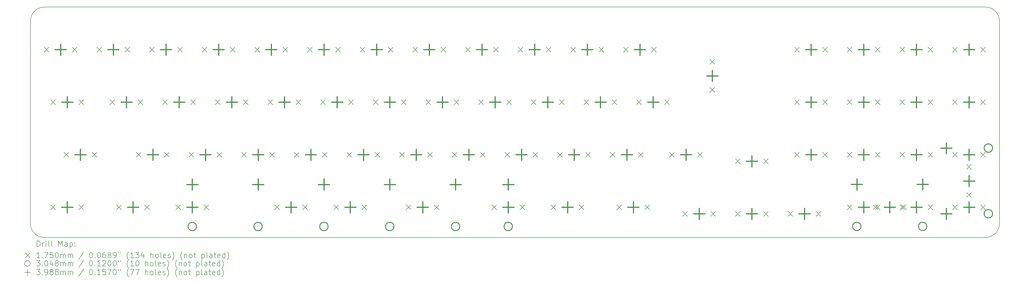
<source format=gbr>
%TF.GenerationSoftware,KiCad,Pcbnew,7.0.1*%
%TF.CreationDate,2023-04-12T10:33:11-04:00*%
%TF.ProjectId,kastenwagen-1840-chunky,6b617374-656e-4776-9167-656e2d313834,rev?*%
%TF.SameCoordinates,Original*%
%TF.FileFunction,Drillmap*%
%TF.FilePolarity,Positive*%
%FSLAX45Y45*%
G04 Gerber Fmt 4.5, Leading zero omitted, Abs format (unit mm)*
G04 Created by KiCad (PCBNEW 7.0.1) date 2023-04-12 10:33:11*
%MOMM*%
%LPD*%
G01*
G04 APERTURE LIST*
%ADD10C,0.200000*%
%ADD11C,0.175000*%
%ADD12C,0.304800*%
%ADD13C,0.398780*%
G04 APERTURE END LIST*
D10*
X36000000Y-9350000D02*
G75*
G03*
X36500000Y-8850000I0J500000D01*
G01*
X1450000Y-8850000D02*
G75*
G03*
X1950000Y-9350000I500000J0D01*
G01*
X1950000Y-9350000D02*
X36000000Y-9350000D01*
X1950000Y-1000000D02*
G75*
G03*
X1450000Y-1500000I0J-500000D01*
G01*
X1450000Y-1500000D02*
X1450000Y-8850000D01*
X1950000Y-1000000D02*
X36000000Y-1000000D01*
X36500000Y-1500000D02*
X36500000Y-8850000D01*
X36500000Y-1500000D02*
G75*
G03*
X36000000Y-1000000I-500000J0D01*
G01*
D11*
X1944500Y-2452500D02*
X2119500Y-2627500D01*
X2119500Y-2452500D02*
X1944500Y-2627500D01*
X2182625Y-4357500D02*
X2357625Y-4532500D01*
X2357625Y-4357500D02*
X2182625Y-4532500D01*
X2182625Y-8167500D02*
X2357625Y-8342500D01*
X2357625Y-8167500D02*
X2182625Y-8342500D01*
X2658875Y-6262500D02*
X2833875Y-6437500D01*
X2833875Y-6262500D02*
X2658875Y-6437500D01*
X2960500Y-2452500D02*
X3135500Y-2627500D01*
X3135500Y-2452500D02*
X2960500Y-2627500D01*
X3198625Y-4357500D02*
X3373625Y-4532500D01*
X3373625Y-4357500D02*
X3198625Y-4532500D01*
X3198625Y-8167500D02*
X3373625Y-8342500D01*
X3373625Y-8167500D02*
X3198625Y-8342500D01*
X3674875Y-6262500D02*
X3849875Y-6437500D01*
X3849875Y-6262500D02*
X3674875Y-6437500D01*
X3849500Y-2452500D02*
X4024500Y-2627500D01*
X4024500Y-2452500D02*
X3849500Y-2627500D01*
X4325750Y-4357500D02*
X4500750Y-4532500D01*
X4500750Y-4357500D02*
X4325750Y-4532500D01*
X4563875Y-8167500D02*
X4738875Y-8342500D01*
X4738875Y-8167500D02*
X4563875Y-8342500D01*
X4865500Y-2452500D02*
X5040500Y-2627500D01*
X5040500Y-2452500D02*
X4865500Y-2627500D01*
X5278250Y-6262500D02*
X5453250Y-6437500D01*
X5453250Y-6262500D02*
X5278250Y-6437500D01*
X5341750Y-4357500D02*
X5516750Y-4532500D01*
X5516750Y-4357500D02*
X5341750Y-4532500D01*
X5579875Y-8167500D02*
X5754875Y-8342500D01*
X5754875Y-8167500D02*
X5579875Y-8342500D01*
X5754500Y-2452500D02*
X5929500Y-2627500D01*
X5929500Y-2452500D02*
X5754500Y-2627500D01*
X6230750Y-4357500D02*
X6405750Y-4532500D01*
X6405750Y-4357500D02*
X6230750Y-4532500D01*
X6294250Y-6262500D02*
X6469250Y-6437500D01*
X6469250Y-6262500D02*
X6294250Y-6437500D01*
X6707000Y-8167500D02*
X6882000Y-8342500D01*
X6882000Y-8167500D02*
X6707000Y-8342500D01*
X6770500Y-2452500D02*
X6945500Y-2627500D01*
X6945500Y-2452500D02*
X6770500Y-2627500D01*
X7183250Y-6262500D02*
X7358250Y-6437500D01*
X7358250Y-6262500D02*
X7183250Y-6437500D01*
X7246750Y-4357500D02*
X7421750Y-4532500D01*
X7421750Y-4357500D02*
X7246750Y-4532500D01*
X7659500Y-2452500D02*
X7834500Y-2627500D01*
X7834500Y-2452500D02*
X7659500Y-2627500D01*
X7723000Y-8167500D02*
X7898000Y-8342500D01*
X7898000Y-8167500D02*
X7723000Y-8342500D01*
X8135750Y-4357500D02*
X8310750Y-4532500D01*
X8310750Y-4357500D02*
X8135750Y-4532500D01*
X8199250Y-6262500D02*
X8374250Y-6437500D01*
X8374250Y-6262500D02*
X8199250Y-6437500D01*
X8675500Y-2452500D02*
X8850500Y-2627500D01*
X8850500Y-2452500D02*
X8675500Y-2627500D01*
X9088250Y-6262500D02*
X9263250Y-6437500D01*
X9263250Y-6262500D02*
X9088250Y-6437500D01*
X9151750Y-4357500D02*
X9326750Y-4532500D01*
X9326750Y-4357500D02*
X9151750Y-4532500D01*
X9564500Y-2452500D02*
X9739500Y-2627500D01*
X9739500Y-2452500D02*
X9564500Y-2627500D01*
X10040750Y-4357500D02*
X10215750Y-4532500D01*
X10215750Y-4357500D02*
X10040750Y-4532500D01*
X10104250Y-6262500D02*
X10279250Y-6437500D01*
X10279250Y-6262500D02*
X10104250Y-6437500D01*
X10278875Y-8167500D02*
X10453875Y-8342500D01*
X10453875Y-8167500D02*
X10278875Y-8342500D01*
X10580500Y-2452500D02*
X10755500Y-2627500D01*
X10755500Y-2452500D02*
X10580500Y-2627500D01*
X10993250Y-6262500D02*
X11168250Y-6437500D01*
X11168250Y-6262500D02*
X10993250Y-6437500D01*
X11056750Y-4357500D02*
X11231750Y-4532500D01*
X11231750Y-4357500D02*
X11056750Y-4532500D01*
X11294875Y-8167500D02*
X11469875Y-8342500D01*
X11469875Y-8167500D02*
X11294875Y-8342500D01*
X11469500Y-2452500D02*
X11644500Y-2627500D01*
X11644500Y-2452500D02*
X11469500Y-2627500D01*
X11945750Y-4357500D02*
X12120750Y-4532500D01*
X12120750Y-4357500D02*
X11945750Y-4532500D01*
X12009250Y-6262500D02*
X12184250Y-6437500D01*
X12184250Y-6262500D02*
X12009250Y-6437500D01*
X12422000Y-8167500D02*
X12597000Y-8342500D01*
X12597000Y-8167500D02*
X12422000Y-8342500D01*
X12485500Y-2452500D02*
X12660500Y-2627500D01*
X12660500Y-2452500D02*
X12485500Y-2627500D01*
X12898250Y-6262500D02*
X13073250Y-6437500D01*
X13073250Y-6262500D02*
X12898250Y-6437500D01*
X12961750Y-4357500D02*
X13136750Y-4532500D01*
X13136750Y-4357500D02*
X12961750Y-4532500D01*
X13374500Y-2452500D02*
X13549500Y-2627500D01*
X13549500Y-2452500D02*
X13374500Y-2627500D01*
X13438000Y-8167500D02*
X13613000Y-8342500D01*
X13613000Y-8167500D02*
X13438000Y-8342500D01*
X13850750Y-4357500D02*
X14025750Y-4532500D01*
X14025750Y-4357500D02*
X13850750Y-4532500D01*
X13914250Y-6262500D02*
X14089250Y-6437500D01*
X14089250Y-6262500D02*
X13914250Y-6437500D01*
X14390500Y-2452500D02*
X14565500Y-2627500D01*
X14565500Y-2452500D02*
X14390500Y-2627500D01*
X14803250Y-6262500D02*
X14978250Y-6437500D01*
X14978250Y-6262500D02*
X14803250Y-6437500D01*
X14866750Y-4357500D02*
X15041750Y-4532500D01*
X15041750Y-4357500D02*
X14866750Y-4532500D01*
X15041375Y-8167500D02*
X15216375Y-8342500D01*
X15216375Y-8167500D02*
X15041375Y-8342500D01*
X15279500Y-2452500D02*
X15454500Y-2627500D01*
X15454500Y-2452500D02*
X15279500Y-2627500D01*
X15755750Y-4357500D02*
X15930750Y-4532500D01*
X15930750Y-4357500D02*
X15755750Y-4532500D01*
X15819250Y-6262500D02*
X15994250Y-6437500D01*
X15994250Y-6262500D02*
X15819250Y-6437500D01*
X16057375Y-8167500D02*
X16232375Y-8342500D01*
X16232375Y-8167500D02*
X16057375Y-8342500D01*
X16295500Y-2452500D02*
X16470500Y-2627500D01*
X16470500Y-2452500D02*
X16295500Y-2627500D01*
X16708250Y-6262500D02*
X16883250Y-6437500D01*
X16883250Y-6262500D02*
X16708250Y-6437500D01*
X16771750Y-4357500D02*
X16946750Y-4532500D01*
X16946750Y-4357500D02*
X16771750Y-4532500D01*
X17184500Y-2452500D02*
X17359500Y-2627500D01*
X17359500Y-2452500D02*
X17184500Y-2627500D01*
X17660750Y-4357500D02*
X17835750Y-4532500D01*
X17835750Y-4357500D02*
X17660750Y-4532500D01*
X17724250Y-6262500D02*
X17899250Y-6437500D01*
X17899250Y-6262500D02*
X17724250Y-6437500D01*
X18137000Y-8167500D02*
X18312000Y-8342500D01*
X18312000Y-8167500D02*
X18137000Y-8342500D01*
X18200500Y-2452500D02*
X18375500Y-2627500D01*
X18375500Y-2452500D02*
X18200500Y-2627500D01*
X18613250Y-6262500D02*
X18788250Y-6437500D01*
X18788250Y-6262500D02*
X18613250Y-6437500D01*
X18676750Y-4357500D02*
X18851750Y-4532500D01*
X18851750Y-4357500D02*
X18676750Y-4532500D01*
X19089500Y-2452500D02*
X19264500Y-2627500D01*
X19264500Y-2452500D02*
X19089500Y-2627500D01*
X19153000Y-8167500D02*
X19328000Y-8342500D01*
X19328000Y-8167500D02*
X19153000Y-8342500D01*
X19565750Y-4357500D02*
X19740750Y-4532500D01*
X19740750Y-4357500D02*
X19565750Y-4532500D01*
X19629250Y-6262500D02*
X19804250Y-6437500D01*
X19804250Y-6262500D02*
X19629250Y-6437500D01*
X20105500Y-2452500D02*
X20280500Y-2627500D01*
X20280500Y-2452500D02*
X20105500Y-2627500D01*
X20280125Y-8167500D02*
X20455125Y-8342500D01*
X20455125Y-8167500D02*
X20280125Y-8342500D01*
X20518250Y-6262500D02*
X20693250Y-6437500D01*
X20693250Y-6262500D02*
X20518250Y-6437500D01*
X20581750Y-4357500D02*
X20756750Y-4532500D01*
X20756750Y-4357500D02*
X20581750Y-4532500D01*
X20994500Y-2452500D02*
X21169500Y-2627500D01*
X21169500Y-2452500D02*
X20994500Y-2627500D01*
X21296125Y-8167500D02*
X21471125Y-8342500D01*
X21471125Y-8167500D02*
X21296125Y-8342500D01*
X21470750Y-4357500D02*
X21645750Y-4532500D01*
X21645750Y-4357500D02*
X21470750Y-4532500D01*
X21534250Y-6262500D02*
X21709250Y-6437500D01*
X21709250Y-6262500D02*
X21534250Y-6437500D01*
X22010500Y-2452500D02*
X22185500Y-2627500D01*
X22185500Y-2452500D02*
X22010500Y-2627500D01*
X22423250Y-6262500D02*
X22598250Y-6437500D01*
X22598250Y-6262500D02*
X22423250Y-6437500D01*
X22486750Y-4357500D02*
X22661750Y-4532500D01*
X22661750Y-4357500D02*
X22486750Y-4532500D01*
X22661375Y-8167500D02*
X22836375Y-8342500D01*
X22836375Y-8167500D02*
X22661375Y-8342500D01*
X22899500Y-2452500D02*
X23074500Y-2627500D01*
X23074500Y-2452500D02*
X22899500Y-2627500D01*
X23375750Y-4357500D02*
X23550750Y-4532500D01*
X23550750Y-4357500D02*
X23375750Y-4532500D01*
X23439250Y-6262500D02*
X23614250Y-6437500D01*
X23614250Y-6262500D02*
X23439250Y-6437500D01*
X23677375Y-8167500D02*
X23852375Y-8342500D01*
X23852375Y-8167500D02*
X23677375Y-8342500D01*
X23915500Y-2452500D02*
X24090500Y-2627500D01*
X24090500Y-2452500D02*
X23915500Y-2627500D01*
X24391750Y-4357500D02*
X24566750Y-4532500D01*
X24566750Y-4357500D02*
X24391750Y-4532500D01*
X24566375Y-6262500D02*
X24741375Y-6437500D01*
X24741375Y-6262500D02*
X24566375Y-6437500D01*
X25042625Y-8405625D02*
X25217625Y-8580625D01*
X25217625Y-8405625D02*
X25042625Y-8580625D01*
X25582375Y-6262500D02*
X25757375Y-6437500D01*
X25757375Y-6262500D02*
X25582375Y-6437500D01*
X26026875Y-2897000D02*
X26201875Y-3072000D01*
X26201875Y-2897000D02*
X26026875Y-3072000D01*
X26026875Y-3913000D02*
X26201875Y-4088000D01*
X26201875Y-3913000D02*
X26026875Y-4088000D01*
X26058625Y-8405625D02*
X26233625Y-8580625D01*
X26233625Y-8405625D02*
X26058625Y-8580625D01*
X26947625Y-6500625D02*
X27122625Y-6675625D01*
X27122625Y-6500625D02*
X26947625Y-6675625D01*
X26947625Y-8405625D02*
X27122625Y-8580625D01*
X27122625Y-8405625D02*
X26947625Y-8580625D01*
X27963625Y-6500625D02*
X28138625Y-6675625D01*
X28138625Y-6500625D02*
X27963625Y-6675625D01*
X27963625Y-8405625D02*
X28138625Y-8580625D01*
X28138625Y-8405625D02*
X27963625Y-8580625D01*
X28852625Y-8405625D02*
X29027625Y-8580625D01*
X29027625Y-8405625D02*
X28852625Y-8580625D01*
X29090750Y-2452500D02*
X29265750Y-2627500D01*
X29265750Y-2452500D02*
X29090750Y-2627500D01*
X29090750Y-4357500D02*
X29265750Y-4532500D01*
X29265750Y-4357500D02*
X29090750Y-4532500D01*
X29090750Y-6262500D02*
X29265750Y-6437500D01*
X29265750Y-6262500D02*
X29090750Y-6437500D01*
X29868625Y-8405625D02*
X30043625Y-8580625D01*
X30043625Y-8405625D02*
X29868625Y-8580625D01*
X30106750Y-2452500D02*
X30281750Y-2627500D01*
X30281750Y-2452500D02*
X30106750Y-2627500D01*
X30106750Y-4357500D02*
X30281750Y-4532500D01*
X30281750Y-4357500D02*
X30106750Y-4532500D01*
X30106750Y-6262500D02*
X30281750Y-6437500D01*
X30281750Y-6262500D02*
X30106750Y-6437500D01*
X30995750Y-2452500D02*
X31170750Y-2627500D01*
X31170750Y-2452500D02*
X30995750Y-2627500D01*
X30995750Y-4357500D02*
X31170750Y-4532500D01*
X31170750Y-4357500D02*
X30995750Y-4532500D01*
X30995750Y-6262500D02*
X31170750Y-6437500D01*
X31170750Y-6262500D02*
X30995750Y-6437500D01*
X30995750Y-8167500D02*
X31170750Y-8342500D01*
X31170750Y-8167500D02*
X30995750Y-8342500D01*
X31936820Y-8164960D02*
X32111820Y-8339960D01*
X32111820Y-8164960D02*
X31936820Y-8339960D01*
X32011750Y-2452500D02*
X32186750Y-2627500D01*
X32186750Y-2452500D02*
X32011750Y-2627500D01*
X32011750Y-4357500D02*
X32186750Y-4532500D01*
X32186750Y-4357500D02*
X32011750Y-4532500D01*
X32011750Y-6262500D02*
X32186750Y-6437500D01*
X32186750Y-6262500D02*
X32011750Y-6437500D01*
X32011750Y-8167500D02*
X32186750Y-8342500D01*
X32186750Y-8167500D02*
X32011750Y-8342500D01*
X32900750Y-2452500D02*
X33075750Y-2627500D01*
X33075750Y-2452500D02*
X32900750Y-2627500D01*
X32900750Y-4357500D02*
X33075750Y-4532500D01*
X33075750Y-4357500D02*
X32900750Y-4532500D01*
X32900750Y-6262500D02*
X33075750Y-6437500D01*
X33075750Y-6262500D02*
X32900750Y-6437500D01*
X32900750Y-8167500D02*
X33075750Y-8342500D01*
X33075750Y-8167500D02*
X32900750Y-8342500D01*
X32952820Y-8164960D02*
X33127820Y-8339960D01*
X33127820Y-8164960D02*
X32952820Y-8339960D01*
X33916750Y-2452500D02*
X34091750Y-2627500D01*
X34091750Y-2452500D02*
X33916750Y-2627500D01*
X33916750Y-4357500D02*
X34091750Y-4532500D01*
X34091750Y-4357500D02*
X33916750Y-4532500D01*
X33916750Y-6262500D02*
X34091750Y-6437500D01*
X34091750Y-6262500D02*
X33916750Y-6437500D01*
X33916750Y-8167500D02*
X34091750Y-8342500D01*
X34091750Y-8167500D02*
X33916750Y-8342500D01*
X34805750Y-2452500D02*
X34980750Y-2627500D01*
X34980750Y-2452500D02*
X34805750Y-2627500D01*
X34805750Y-4357500D02*
X34980750Y-4532500D01*
X34980750Y-4357500D02*
X34805750Y-4532500D01*
X34805750Y-6262500D02*
X34980750Y-6437500D01*
X34980750Y-6262500D02*
X34805750Y-6437500D01*
X34805750Y-8167500D02*
X34980750Y-8342500D01*
X34980750Y-8167500D02*
X34805750Y-8342500D01*
X35313750Y-6707000D02*
X35488750Y-6882000D01*
X35488750Y-6707000D02*
X35313750Y-6882000D01*
X35313750Y-7723000D02*
X35488750Y-7898000D01*
X35488750Y-7723000D02*
X35313750Y-7898000D01*
X35821750Y-2452500D02*
X35996750Y-2627500D01*
X35996750Y-2452500D02*
X35821750Y-2627500D01*
X35821750Y-4357500D02*
X35996750Y-4532500D01*
X35996750Y-4357500D02*
X35821750Y-4532500D01*
X35821750Y-6262500D02*
X35996750Y-6437500D01*
X35996750Y-6262500D02*
X35821750Y-6437500D01*
X35821750Y-8167500D02*
X35996750Y-8342500D01*
X35996750Y-8167500D02*
X35821750Y-8342500D01*
D12*
X7454900Y-8953500D02*
G75*
G03*
X7454900Y-8953500I-152400J0D01*
G01*
X9836150Y-8953500D02*
G75*
G03*
X9836150Y-8953500I-152400J0D01*
G01*
X12217400Y-8953500D02*
G75*
G03*
X12217400Y-8953500I-152400J0D01*
G01*
X14598650Y-8953500D02*
G75*
G03*
X14598650Y-8953500I-152400J0D01*
G01*
X16979900Y-8953500D02*
G75*
G03*
X16979900Y-8953500I-152400J0D01*
G01*
X18884900Y-8953500D02*
G75*
G03*
X18884900Y-8953500I-152400J0D01*
G01*
X31494095Y-8950960D02*
G75*
G03*
X31494095Y-8950960I-152400J0D01*
G01*
X33875345Y-8950960D02*
G75*
G03*
X33875345Y-8950960I-152400J0D01*
G01*
X36252150Y-6111875D02*
G75*
G03*
X36252150Y-6111875I-152400J0D01*
G01*
X36252150Y-8493125D02*
G75*
G03*
X36252150Y-8493125I-152400J0D01*
G01*
D13*
X2540000Y-2340610D02*
X2540000Y-2739390D01*
X2340610Y-2540000D02*
X2739390Y-2540000D01*
X2778125Y-4245610D02*
X2778125Y-4644390D01*
X2578735Y-4445000D02*
X2977515Y-4445000D01*
X2778125Y-8055610D02*
X2778125Y-8454390D01*
X2578735Y-8255000D02*
X2977515Y-8255000D01*
X3254375Y-6150610D02*
X3254375Y-6549390D01*
X3054985Y-6350000D02*
X3453765Y-6350000D01*
X4445000Y-2340610D02*
X4445000Y-2739390D01*
X4245610Y-2540000D02*
X4644390Y-2540000D01*
X4921250Y-4245610D02*
X4921250Y-4644390D01*
X4721860Y-4445000D02*
X5120640Y-4445000D01*
X5159375Y-8055610D02*
X5159375Y-8454390D01*
X4959985Y-8255000D02*
X5358765Y-8255000D01*
X5873750Y-6150610D02*
X5873750Y-6549390D01*
X5674360Y-6350000D02*
X6073140Y-6350000D01*
X6350000Y-2340610D02*
X6350000Y-2739390D01*
X6150610Y-2540000D02*
X6549390Y-2540000D01*
X6826250Y-4245610D02*
X6826250Y-4644390D01*
X6626860Y-4445000D02*
X7025640Y-4445000D01*
X7302500Y-7230110D02*
X7302500Y-7628890D01*
X7103110Y-7429500D02*
X7501890Y-7429500D01*
X7302500Y-8055610D02*
X7302500Y-8454390D01*
X7103110Y-8255000D02*
X7501890Y-8255000D01*
X7778750Y-6150610D02*
X7778750Y-6549390D01*
X7579360Y-6350000D02*
X7978140Y-6350000D01*
X8255000Y-2340610D02*
X8255000Y-2739390D01*
X8055610Y-2540000D02*
X8454390Y-2540000D01*
X8731250Y-4245610D02*
X8731250Y-4644390D01*
X8531860Y-4445000D02*
X8930640Y-4445000D01*
X9683750Y-6150610D02*
X9683750Y-6549390D01*
X9484360Y-6350000D02*
X9883140Y-6350000D01*
X9683750Y-7230110D02*
X9683750Y-7628890D01*
X9484360Y-7429500D02*
X9883140Y-7429500D01*
X10160000Y-2340610D02*
X10160000Y-2739390D01*
X9960610Y-2540000D02*
X10359390Y-2540000D01*
X10636250Y-4245610D02*
X10636250Y-4644390D01*
X10436860Y-4445000D02*
X10835640Y-4445000D01*
X10874375Y-8055610D02*
X10874375Y-8454390D01*
X10674985Y-8255000D02*
X11073765Y-8255000D01*
X11588750Y-6150610D02*
X11588750Y-6549390D01*
X11389360Y-6350000D02*
X11788140Y-6350000D01*
X12065000Y-2340610D02*
X12065000Y-2739390D01*
X11865610Y-2540000D02*
X12264390Y-2540000D01*
X12065000Y-7230110D02*
X12065000Y-7628890D01*
X11865610Y-7429500D02*
X12264390Y-7429500D01*
X12541250Y-4245610D02*
X12541250Y-4644390D01*
X12341860Y-4445000D02*
X12740640Y-4445000D01*
X13017500Y-8055610D02*
X13017500Y-8454390D01*
X12818110Y-8255000D02*
X13216890Y-8255000D01*
X13493750Y-6150610D02*
X13493750Y-6549390D01*
X13294360Y-6350000D02*
X13693140Y-6350000D01*
X13970000Y-2340610D02*
X13970000Y-2739390D01*
X13770610Y-2540000D02*
X14169390Y-2540000D01*
X14446250Y-4245610D02*
X14446250Y-4644390D01*
X14246860Y-4445000D02*
X14645640Y-4445000D01*
X14446250Y-7230110D02*
X14446250Y-7628890D01*
X14246860Y-7429500D02*
X14645640Y-7429500D01*
X15398750Y-6150610D02*
X15398750Y-6549390D01*
X15199360Y-6350000D02*
X15598140Y-6350000D01*
X15636875Y-8055610D02*
X15636875Y-8454390D01*
X15437485Y-8255000D02*
X15836265Y-8255000D01*
X15875000Y-2340610D02*
X15875000Y-2739390D01*
X15675610Y-2540000D02*
X16074390Y-2540000D01*
X16351250Y-4245610D02*
X16351250Y-4644390D01*
X16151860Y-4445000D02*
X16550640Y-4445000D01*
X16827500Y-7230110D02*
X16827500Y-7628890D01*
X16628110Y-7429500D02*
X17026890Y-7429500D01*
X17303750Y-6150610D02*
X17303750Y-6549390D01*
X17104360Y-6350000D02*
X17503140Y-6350000D01*
X17780000Y-2340610D02*
X17780000Y-2739390D01*
X17580610Y-2540000D02*
X17979390Y-2540000D01*
X18256250Y-4245610D02*
X18256250Y-4644390D01*
X18056860Y-4445000D02*
X18455640Y-4445000D01*
X18732500Y-7230110D02*
X18732500Y-7628890D01*
X18533110Y-7429500D02*
X18931890Y-7429500D01*
X18732500Y-8055610D02*
X18732500Y-8454390D01*
X18533110Y-8255000D02*
X18931890Y-8255000D01*
X19208750Y-6150610D02*
X19208750Y-6549390D01*
X19009360Y-6350000D02*
X19408140Y-6350000D01*
X19685000Y-2340610D02*
X19685000Y-2739390D01*
X19485610Y-2540000D02*
X19884390Y-2540000D01*
X20161250Y-4245610D02*
X20161250Y-4644390D01*
X19961860Y-4445000D02*
X20360640Y-4445000D01*
X20875625Y-8055610D02*
X20875625Y-8454390D01*
X20676235Y-8255000D02*
X21075015Y-8255000D01*
X21113750Y-6150610D02*
X21113750Y-6549390D01*
X20914360Y-6350000D02*
X21313140Y-6350000D01*
X21590000Y-2340610D02*
X21590000Y-2739390D01*
X21390610Y-2540000D02*
X21789390Y-2540000D01*
X22066250Y-4245610D02*
X22066250Y-4644390D01*
X21866860Y-4445000D02*
X22265640Y-4445000D01*
X23018750Y-6150610D02*
X23018750Y-6549390D01*
X22819360Y-6350000D02*
X23218140Y-6350000D01*
X23256875Y-8055610D02*
X23256875Y-8454390D01*
X23057485Y-8255000D02*
X23456265Y-8255000D01*
X23495000Y-2340610D02*
X23495000Y-2739390D01*
X23295610Y-2540000D02*
X23694390Y-2540000D01*
X23971250Y-4245610D02*
X23971250Y-4644390D01*
X23771860Y-4445000D02*
X24170640Y-4445000D01*
X25161875Y-6150610D02*
X25161875Y-6549390D01*
X24962485Y-6350000D02*
X25361265Y-6350000D01*
X25638125Y-8293735D02*
X25638125Y-8692515D01*
X25438735Y-8493125D02*
X25837515Y-8493125D01*
X26114375Y-3293110D02*
X26114375Y-3691890D01*
X25914985Y-3492500D02*
X26313765Y-3492500D01*
X27543125Y-6388735D02*
X27543125Y-6787515D01*
X27343735Y-6588125D02*
X27742515Y-6588125D01*
X27543125Y-8293735D02*
X27543125Y-8692515D01*
X27343735Y-8493125D02*
X27742515Y-8493125D01*
X29448125Y-8293735D02*
X29448125Y-8692515D01*
X29248735Y-8493125D02*
X29647515Y-8493125D01*
X29686250Y-2340610D02*
X29686250Y-2739390D01*
X29486860Y-2540000D02*
X29885640Y-2540000D01*
X29686250Y-4245610D02*
X29686250Y-4644390D01*
X29486860Y-4445000D02*
X29885640Y-4445000D01*
X29686250Y-6150610D02*
X29686250Y-6549390D01*
X29486860Y-6350000D02*
X29885640Y-6350000D01*
X31341695Y-7227570D02*
X31341695Y-7626350D01*
X31142305Y-7426960D02*
X31541085Y-7426960D01*
X31591250Y-2340610D02*
X31591250Y-2739390D01*
X31391860Y-2540000D02*
X31790640Y-2540000D01*
X31591250Y-4245610D02*
X31591250Y-4644390D01*
X31391860Y-4445000D02*
X31790640Y-4445000D01*
X31591250Y-6150610D02*
X31591250Y-6549390D01*
X31391860Y-6350000D02*
X31790640Y-6350000D01*
X31591250Y-8055610D02*
X31591250Y-8454390D01*
X31391860Y-8255000D02*
X31790640Y-8255000D01*
X32532320Y-8053070D02*
X32532320Y-8451850D01*
X32332930Y-8252460D02*
X32731710Y-8252460D01*
X33496250Y-2340610D02*
X33496250Y-2739390D01*
X33296860Y-2540000D02*
X33695640Y-2540000D01*
X33496250Y-4245610D02*
X33496250Y-4644390D01*
X33296860Y-4445000D02*
X33695640Y-4445000D01*
X33496250Y-6150610D02*
X33496250Y-6549390D01*
X33296860Y-6350000D02*
X33695640Y-6350000D01*
X33496250Y-8055610D02*
X33496250Y-8454390D01*
X33296860Y-8255000D02*
X33695640Y-8255000D01*
X33722945Y-7227570D02*
X33722945Y-7626350D01*
X33523555Y-7426960D02*
X33922335Y-7426960D01*
X34575750Y-5912485D02*
X34575750Y-6311265D01*
X34376360Y-6111875D02*
X34775140Y-6111875D01*
X34575750Y-8293735D02*
X34575750Y-8692515D01*
X34376360Y-8493125D02*
X34775140Y-8493125D01*
X35401250Y-2340610D02*
X35401250Y-2739390D01*
X35201860Y-2540000D02*
X35600640Y-2540000D01*
X35401250Y-4245610D02*
X35401250Y-4644390D01*
X35201860Y-4445000D02*
X35600640Y-4445000D01*
X35401250Y-6150610D02*
X35401250Y-6549390D01*
X35201860Y-6350000D02*
X35600640Y-6350000D01*
X35401250Y-7103110D02*
X35401250Y-7501890D01*
X35201860Y-7302500D02*
X35600640Y-7302500D01*
X35401250Y-8055610D02*
X35401250Y-8454390D01*
X35201860Y-8255000D02*
X35600640Y-8255000D01*
D10*
X1687619Y-9672524D02*
X1687619Y-9472524D01*
X1687619Y-9472524D02*
X1735238Y-9472524D01*
X1735238Y-9472524D02*
X1763809Y-9482048D01*
X1763809Y-9482048D02*
X1782857Y-9501095D01*
X1782857Y-9501095D02*
X1792381Y-9520143D01*
X1792381Y-9520143D02*
X1801905Y-9558238D01*
X1801905Y-9558238D02*
X1801905Y-9586810D01*
X1801905Y-9586810D02*
X1792381Y-9624905D01*
X1792381Y-9624905D02*
X1782857Y-9643952D01*
X1782857Y-9643952D02*
X1763809Y-9663000D01*
X1763809Y-9663000D02*
X1735238Y-9672524D01*
X1735238Y-9672524D02*
X1687619Y-9672524D01*
X1887619Y-9672524D02*
X1887619Y-9539190D01*
X1887619Y-9577286D02*
X1897143Y-9558238D01*
X1897143Y-9558238D02*
X1906667Y-9548714D01*
X1906667Y-9548714D02*
X1925714Y-9539190D01*
X1925714Y-9539190D02*
X1944762Y-9539190D01*
X2011428Y-9672524D02*
X2011428Y-9539190D01*
X2011428Y-9472524D02*
X2001905Y-9482048D01*
X2001905Y-9482048D02*
X2011428Y-9491571D01*
X2011428Y-9491571D02*
X2020952Y-9482048D01*
X2020952Y-9482048D02*
X2011428Y-9472524D01*
X2011428Y-9472524D02*
X2011428Y-9491571D01*
X2135238Y-9672524D02*
X2116190Y-9663000D01*
X2116190Y-9663000D02*
X2106667Y-9643952D01*
X2106667Y-9643952D02*
X2106667Y-9472524D01*
X2240000Y-9672524D02*
X2220952Y-9663000D01*
X2220952Y-9663000D02*
X2211429Y-9643952D01*
X2211429Y-9643952D02*
X2211429Y-9472524D01*
X2468571Y-9672524D02*
X2468571Y-9472524D01*
X2468571Y-9472524D02*
X2535238Y-9615381D01*
X2535238Y-9615381D02*
X2601905Y-9472524D01*
X2601905Y-9472524D02*
X2601905Y-9672524D01*
X2782857Y-9672524D02*
X2782857Y-9567762D01*
X2782857Y-9567762D02*
X2773333Y-9548714D01*
X2773333Y-9548714D02*
X2754286Y-9539190D01*
X2754286Y-9539190D02*
X2716190Y-9539190D01*
X2716190Y-9539190D02*
X2697143Y-9548714D01*
X2782857Y-9663000D02*
X2763810Y-9672524D01*
X2763810Y-9672524D02*
X2716190Y-9672524D01*
X2716190Y-9672524D02*
X2697143Y-9663000D01*
X2697143Y-9663000D02*
X2687619Y-9643952D01*
X2687619Y-9643952D02*
X2687619Y-9624905D01*
X2687619Y-9624905D02*
X2697143Y-9605857D01*
X2697143Y-9605857D02*
X2716190Y-9596333D01*
X2716190Y-9596333D02*
X2763810Y-9596333D01*
X2763810Y-9596333D02*
X2782857Y-9586810D01*
X2878095Y-9539190D02*
X2878095Y-9739190D01*
X2878095Y-9548714D02*
X2897143Y-9539190D01*
X2897143Y-9539190D02*
X2935238Y-9539190D01*
X2935238Y-9539190D02*
X2954286Y-9548714D01*
X2954286Y-9548714D02*
X2963809Y-9558238D01*
X2963809Y-9558238D02*
X2973333Y-9577286D01*
X2973333Y-9577286D02*
X2973333Y-9634429D01*
X2973333Y-9634429D02*
X2963809Y-9653476D01*
X2963809Y-9653476D02*
X2954286Y-9663000D01*
X2954286Y-9663000D02*
X2935238Y-9672524D01*
X2935238Y-9672524D02*
X2897143Y-9672524D01*
X2897143Y-9672524D02*
X2878095Y-9663000D01*
X3059048Y-9653476D02*
X3068571Y-9663000D01*
X3068571Y-9663000D02*
X3059048Y-9672524D01*
X3059048Y-9672524D02*
X3049524Y-9663000D01*
X3049524Y-9663000D02*
X3059048Y-9653476D01*
X3059048Y-9653476D02*
X3059048Y-9672524D01*
X3059048Y-9548714D02*
X3068571Y-9558238D01*
X3068571Y-9558238D02*
X3059048Y-9567762D01*
X3059048Y-9567762D02*
X3049524Y-9558238D01*
X3049524Y-9558238D02*
X3059048Y-9548714D01*
X3059048Y-9548714D02*
X3059048Y-9567762D01*
D11*
X1265000Y-9912500D02*
X1440000Y-10087500D01*
X1440000Y-9912500D02*
X1265000Y-10087500D01*
D10*
X1792381Y-10092524D02*
X1678095Y-10092524D01*
X1735238Y-10092524D02*
X1735238Y-9892524D01*
X1735238Y-9892524D02*
X1716190Y-9921095D01*
X1716190Y-9921095D02*
X1697143Y-9940143D01*
X1697143Y-9940143D02*
X1678095Y-9949667D01*
X1878095Y-10073476D02*
X1887619Y-10083000D01*
X1887619Y-10083000D02*
X1878095Y-10092524D01*
X1878095Y-10092524D02*
X1868571Y-10083000D01*
X1868571Y-10083000D02*
X1878095Y-10073476D01*
X1878095Y-10073476D02*
X1878095Y-10092524D01*
X1954286Y-9892524D02*
X2087619Y-9892524D01*
X2087619Y-9892524D02*
X2001905Y-10092524D01*
X2259048Y-9892524D02*
X2163810Y-9892524D01*
X2163810Y-9892524D02*
X2154286Y-9987762D01*
X2154286Y-9987762D02*
X2163810Y-9978238D01*
X2163810Y-9978238D02*
X2182857Y-9968714D01*
X2182857Y-9968714D02*
X2230476Y-9968714D01*
X2230476Y-9968714D02*
X2249524Y-9978238D01*
X2249524Y-9978238D02*
X2259048Y-9987762D01*
X2259048Y-9987762D02*
X2268571Y-10006810D01*
X2268571Y-10006810D02*
X2268571Y-10054429D01*
X2268571Y-10054429D02*
X2259048Y-10073476D01*
X2259048Y-10073476D02*
X2249524Y-10083000D01*
X2249524Y-10083000D02*
X2230476Y-10092524D01*
X2230476Y-10092524D02*
X2182857Y-10092524D01*
X2182857Y-10092524D02*
X2163810Y-10083000D01*
X2163810Y-10083000D02*
X2154286Y-10073476D01*
X2392381Y-9892524D02*
X2411429Y-9892524D01*
X2411429Y-9892524D02*
X2430476Y-9902048D01*
X2430476Y-9902048D02*
X2440000Y-9911571D01*
X2440000Y-9911571D02*
X2449524Y-9930619D01*
X2449524Y-9930619D02*
X2459048Y-9968714D01*
X2459048Y-9968714D02*
X2459048Y-10016333D01*
X2459048Y-10016333D02*
X2449524Y-10054429D01*
X2449524Y-10054429D02*
X2440000Y-10073476D01*
X2440000Y-10073476D02*
X2430476Y-10083000D01*
X2430476Y-10083000D02*
X2411429Y-10092524D01*
X2411429Y-10092524D02*
X2392381Y-10092524D01*
X2392381Y-10092524D02*
X2373333Y-10083000D01*
X2373333Y-10083000D02*
X2363810Y-10073476D01*
X2363810Y-10073476D02*
X2354286Y-10054429D01*
X2354286Y-10054429D02*
X2344762Y-10016333D01*
X2344762Y-10016333D02*
X2344762Y-9968714D01*
X2344762Y-9968714D02*
X2354286Y-9930619D01*
X2354286Y-9930619D02*
X2363810Y-9911571D01*
X2363810Y-9911571D02*
X2373333Y-9902048D01*
X2373333Y-9902048D02*
X2392381Y-9892524D01*
X2544762Y-10092524D02*
X2544762Y-9959190D01*
X2544762Y-9978238D02*
X2554286Y-9968714D01*
X2554286Y-9968714D02*
X2573333Y-9959190D01*
X2573333Y-9959190D02*
X2601905Y-9959190D01*
X2601905Y-9959190D02*
X2620952Y-9968714D01*
X2620952Y-9968714D02*
X2630476Y-9987762D01*
X2630476Y-9987762D02*
X2630476Y-10092524D01*
X2630476Y-9987762D02*
X2640000Y-9968714D01*
X2640000Y-9968714D02*
X2659048Y-9959190D01*
X2659048Y-9959190D02*
X2687619Y-9959190D01*
X2687619Y-9959190D02*
X2706667Y-9968714D01*
X2706667Y-9968714D02*
X2716191Y-9987762D01*
X2716191Y-9987762D02*
X2716191Y-10092524D01*
X2811429Y-10092524D02*
X2811429Y-9959190D01*
X2811429Y-9978238D02*
X2820952Y-9968714D01*
X2820952Y-9968714D02*
X2840000Y-9959190D01*
X2840000Y-9959190D02*
X2868571Y-9959190D01*
X2868571Y-9959190D02*
X2887619Y-9968714D01*
X2887619Y-9968714D02*
X2897143Y-9987762D01*
X2897143Y-9987762D02*
X2897143Y-10092524D01*
X2897143Y-9987762D02*
X2906667Y-9968714D01*
X2906667Y-9968714D02*
X2925714Y-9959190D01*
X2925714Y-9959190D02*
X2954286Y-9959190D01*
X2954286Y-9959190D02*
X2973333Y-9968714D01*
X2973333Y-9968714D02*
X2982857Y-9987762D01*
X2982857Y-9987762D02*
X2982857Y-10092524D01*
X3373333Y-9883000D02*
X3201905Y-10140143D01*
X3630476Y-9892524D02*
X3649524Y-9892524D01*
X3649524Y-9892524D02*
X3668572Y-9902048D01*
X3668572Y-9902048D02*
X3678095Y-9911571D01*
X3678095Y-9911571D02*
X3687619Y-9930619D01*
X3687619Y-9930619D02*
X3697143Y-9968714D01*
X3697143Y-9968714D02*
X3697143Y-10016333D01*
X3697143Y-10016333D02*
X3687619Y-10054429D01*
X3687619Y-10054429D02*
X3678095Y-10073476D01*
X3678095Y-10073476D02*
X3668572Y-10083000D01*
X3668572Y-10083000D02*
X3649524Y-10092524D01*
X3649524Y-10092524D02*
X3630476Y-10092524D01*
X3630476Y-10092524D02*
X3611429Y-10083000D01*
X3611429Y-10083000D02*
X3601905Y-10073476D01*
X3601905Y-10073476D02*
X3592381Y-10054429D01*
X3592381Y-10054429D02*
X3582857Y-10016333D01*
X3582857Y-10016333D02*
X3582857Y-9968714D01*
X3582857Y-9968714D02*
X3592381Y-9930619D01*
X3592381Y-9930619D02*
X3601905Y-9911571D01*
X3601905Y-9911571D02*
X3611429Y-9902048D01*
X3611429Y-9902048D02*
X3630476Y-9892524D01*
X3782857Y-10073476D02*
X3792381Y-10083000D01*
X3792381Y-10083000D02*
X3782857Y-10092524D01*
X3782857Y-10092524D02*
X3773333Y-10083000D01*
X3773333Y-10083000D02*
X3782857Y-10073476D01*
X3782857Y-10073476D02*
X3782857Y-10092524D01*
X3916191Y-9892524D02*
X3935238Y-9892524D01*
X3935238Y-9892524D02*
X3954286Y-9902048D01*
X3954286Y-9902048D02*
X3963810Y-9911571D01*
X3963810Y-9911571D02*
X3973333Y-9930619D01*
X3973333Y-9930619D02*
X3982857Y-9968714D01*
X3982857Y-9968714D02*
X3982857Y-10016333D01*
X3982857Y-10016333D02*
X3973333Y-10054429D01*
X3973333Y-10054429D02*
X3963810Y-10073476D01*
X3963810Y-10073476D02*
X3954286Y-10083000D01*
X3954286Y-10083000D02*
X3935238Y-10092524D01*
X3935238Y-10092524D02*
X3916191Y-10092524D01*
X3916191Y-10092524D02*
X3897143Y-10083000D01*
X3897143Y-10083000D02*
X3887619Y-10073476D01*
X3887619Y-10073476D02*
X3878095Y-10054429D01*
X3878095Y-10054429D02*
X3868572Y-10016333D01*
X3868572Y-10016333D02*
X3868572Y-9968714D01*
X3868572Y-9968714D02*
X3878095Y-9930619D01*
X3878095Y-9930619D02*
X3887619Y-9911571D01*
X3887619Y-9911571D02*
X3897143Y-9902048D01*
X3897143Y-9902048D02*
X3916191Y-9892524D01*
X4154286Y-9892524D02*
X4116191Y-9892524D01*
X4116191Y-9892524D02*
X4097143Y-9902048D01*
X4097143Y-9902048D02*
X4087619Y-9911571D01*
X4087619Y-9911571D02*
X4068572Y-9940143D01*
X4068572Y-9940143D02*
X4059048Y-9978238D01*
X4059048Y-9978238D02*
X4059048Y-10054429D01*
X4059048Y-10054429D02*
X4068572Y-10073476D01*
X4068572Y-10073476D02*
X4078095Y-10083000D01*
X4078095Y-10083000D02*
X4097143Y-10092524D01*
X4097143Y-10092524D02*
X4135238Y-10092524D01*
X4135238Y-10092524D02*
X4154286Y-10083000D01*
X4154286Y-10083000D02*
X4163810Y-10073476D01*
X4163810Y-10073476D02*
X4173333Y-10054429D01*
X4173333Y-10054429D02*
X4173333Y-10006810D01*
X4173333Y-10006810D02*
X4163810Y-9987762D01*
X4163810Y-9987762D02*
X4154286Y-9978238D01*
X4154286Y-9978238D02*
X4135238Y-9968714D01*
X4135238Y-9968714D02*
X4097143Y-9968714D01*
X4097143Y-9968714D02*
X4078095Y-9978238D01*
X4078095Y-9978238D02*
X4068572Y-9987762D01*
X4068572Y-9987762D02*
X4059048Y-10006810D01*
X4287619Y-9978238D02*
X4268572Y-9968714D01*
X4268572Y-9968714D02*
X4259048Y-9959190D01*
X4259048Y-9959190D02*
X4249524Y-9940143D01*
X4249524Y-9940143D02*
X4249524Y-9930619D01*
X4249524Y-9930619D02*
X4259048Y-9911571D01*
X4259048Y-9911571D02*
X4268572Y-9902048D01*
X4268572Y-9902048D02*
X4287619Y-9892524D01*
X4287619Y-9892524D02*
X4325715Y-9892524D01*
X4325715Y-9892524D02*
X4344762Y-9902048D01*
X4344762Y-9902048D02*
X4354286Y-9911571D01*
X4354286Y-9911571D02*
X4363810Y-9930619D01*
X4363810Y-9930619D02*
X4363810Y-9940143D01*
X4363810Y-9940143D02*
X4354286Y-9959190D01*
X4354286Y-9959190D02*
X4344762Y-9968714D01*
X4344762Y-9968714D02*
X4325715Y-9978238D01*
X4325715Y-9978238D02*
X4287619Y-9978238D01*
X4287619Y-9978238D02*
X4268572Y-9987762D01*
X4268572Y-9987762D02*
X4259048Y-9997286D01*
X4259048Y-9997286D02*
X4249524Y-10016333D01*
X4249524Y-10016333D02*
X4249524Y-10054429D01*
X4249524Y-10054429D02*
X4259048Y-10073476D01*
X4259048Y-10073476D02*
X4268572Y-10083000D01*
X4268572Y-10083000D02*
X4287619Y-10092524D01*
X4287619Y-10092524D02*
X4325715Y-10092524D01*
X4325715Y-10092524D02*
X4344762Y-10083000D01*
X4344762Y-10083000D02*
X4354286Y-10073476D01*
X4354286Y-10073476D02*
X4363810Y-10054429D01*
X4363810Y-10054429D02*
X4363810Y-10016333D01*
X4363810Y-10016333D02*
X4354286Y-9997286D01*
X4354286Y-9997286D02*
X4344762Y-9987762D01*
X4344762Y-9987762D02*
X4325715Y-9978238D01*
X4459048Y-10092524D02*
X4497143Y-10092524D01*
X4497143Y-10092524D02*
X4516191Y-10083000D01*
X4516191Y-10083000D02*
X4525715Y-10073476D01*
X4525715Y-10073476D02*
X4544762Y-10044905D01*
X4544762Y-10044905D02*
X4554286Y-10006810D01*
X4554286Y-10006810D02*
X4554286Y-9930619D01*
X4554286Y-9930619D02*
X4544762Y-9911571D01*
X4544762Y-9911571D02*
X4535238Y-9902048D01*
X4535238Y-9902048D02*
X4516191Y-9892524D01*
X4516191Y-9892524D02*
X4478095Y-9892524D01*
X4478095Y-9892524D02*
X4459048Y-9902048D01*
X4459048Y-9902048D02*
X4449524Y-9911571D01*
X4449524Y-9911571D02*
X4440000Y-9930619D01*
X4440000Y-9930619D02*
X4440000Y-9978238D01*
X4440000Y-9978238D02*
X4449524Y-9997286D01*
X4449524Y-9997286D02*
X4459048Y-10006810D01*
X4459048Y-10006810D02*
X4478095Y-10016333D01*
X4478095Y-10016333D02*
X4516191Y-10016333D01*
X4516191Y-10016333D02*
X4535238Y-10006810D01*
X4535238Y-10006810D02*
X4544762Y-9997286D01*
X4544762Y-9997286D02*
X4554286Y-9978238D01*
X4630476Y-9892524D02*
X4630476Y-9930619D01*
X4706667Y-9892524D02*
X4706667Y-9930619D01*
X5001905Y-10168714D02*
X4992381Y-10159190D01*
X4992381Y-10159190D02*
X4973334Y-10130619D01*
X4973334Y-10130619D02*
X4963810Y-10111571D01*
X4963810Y-10111571D02*
X4954286Y-10083000D01*
X4954286Y-10083000D02*
X4944762Y-10035381D01*
X4944762Y-10035381D02*
X4944762Y-9997286D01*
X4944762Y-9997286D02*
X4954286Y-9949667D01*
X4954286Y-9949667D02*
X4963810Y-9921095D01*
X4963810Y-9921095D02*
X4973334Y-9902048D01*
X4973334Y-9902048D02*
X4992381Y-9873476D01*
X4992381Y-9873476D02*
X5001905Y-9863952D01*
X5182857Y-10092524D02*
X5068572Y-10092524D01*
X5125715Y-10092524D02*
X5125715Y-9892524D01*
X5125715Y-9892524D02*
X5106667Y-9921095D01*
X5106667Y-9921095D02*
X5087619Y-9940143D01*
X5087619Y-9940143D02*
X5068572Y-9949667D01*
X5249524Y-9892524D02*
X5373334Y-9892524D01*
X5373334Y-9892524D02*
X5306667Y-9968714D01*
X5306667Y-9968714D02*
X5335238Y-9968714D01*
X5335238Y-9968714D02*
X5354286Y-9978238D01*
X5354286Y-9978238D02*
X5363810Y-9987762D01*
X5363810Y-9987762D02*
X5373334Y-10006810D01*
X5373334Y-10006810D02*
X5373334Y-10054429D01*
X5373334Y-10054429D02*
X5363810Y-10073476D01*
X5363810Y-10073476D02*
X5354286Y-10083000D01*
X5354286Y-10083000D02*
X5335238Y-10092524D01*
X5335238Y-10092524D02*
X5278096Y-10092524D01*
X5278096Y-10092524D02*
X5259048Y-10083000D01*
X5259048Y-10083000D02*
X5249524Y-10073476D01*
X5544762Y-9959190D02*
X5544762Y-10092524D01*
X5497143Y-9883000D02*
X5449524Y-10025857D01*
X5449524Y-10025857D02*
X5573334Y-10025857D01*
X5801905Y-10092524D02*
X5801905Y-9892524D01*
X5887619Y-10092524D02*
X5887619Y-9987762D01*
X5887619Y-9987762D02*
X5878096Y-9968714D01*
X5878096Y-9968714D02*
X5859048Y-9959190D01*
X5859048Y-9959190D02*
X5830476Y-9959190D01*
X5830476Y-9959190D02*
X5811429Y-9968714D01*
X5811429Y-9968714D02*
X5801905Y-9978238D01*
X6011429Y-10092524D02*
X5992381Y-10083000D01*
X5992381Y-10083000D02*
X5982857Y-10073476D01*
X5982857Y-10073476D02*
X5973334Y-10054429D01*
X5973334Y-10054429D02*
X5973334Y-9997286D01*
X5973334Y-9997286D02*
X5982857Y-9978238D01*
X5982857Y-9978238D02*
X5992381Y-9968714D01*
X5992381Y-9968714D02*
X6011429Y-9959190D01*
X6011429Y-9959190D02*
X6040000Y-9959190D01*
X6040000Y-9959190D02*
X6059048Y-9968714D01*
X6059048Y-9968714D02*
X6068572Y-9978238D01*
X6068572Y-9978238D02*
X6078096Y-9997286D01*
X6078096Y-9997286D02*
X6078096Y-10054429D01*
X6078096Y-10054429D02*
X6068572Y-10073476D01*
X6068572Y-10073476D02*
X6059048Y-10083000D01*
X6059048Y-10083000D02*
X6040000Y-10092524D01*
X6040000Y-10092524D02*
X6011429Y-10092524D01*
X6192381Y-10092524D02*
X6173334Y-10083000D01*
X6173334Y-10083000D02*
X6163810Y-10063952D01*
X6163810Y-10063952D02*
X6163810Y-9892524D01*
X6344762Y-10083000D02*
X6325715Y-10092524D01*
X6325715Y-10092524D02*
X6287619Y-10092524D01*
X6287619Y-10092524D02*
X6268572Y-10083000D01*
X6268572Y-10083000D02*
X6259048Y-10063952D01*
X6259048Y-10063952D02*
X6259048Y-9987762D01*
X6259048Y-9987762D02*
X6268572Y-9968714D01*
X6268572Y-9968714D02*
X6287619Y-9959190D01*
X6287619Y-9959190D02*
X6325715Y-9959190D01*
X6325715Y-9959190D02*
X6344762Y-9968714D01*
X6344762Y-9968714D02*
X6354286Y-9987762D01*
X6354286Y-9987762D02*
X6354286Y-10006810D01*
X6354286Y-10006810D02*
X6259048Y-10025857D01*
X6430477Y-10083000D02*
X6449524Y-10092524D01*
X6449524Y-10092524D02*
X6487619Y-10092524D01*
X6487619Y-10092524D02*
X6506667Y-10083000D01*
X6506667Y-10083000D02*
X6516191Y-10063952D01*
X6516191Y-10063952D02*
X6516191Y-10054429D01*
X6516191Y-10054429D02*
X6506667Y-10035381D01*
X6506667Y-10035381D02*
X6487619Y-10025857D01*
X6487619Y-10025857D02*
X6459048Y-10025857D01*
X6459048Y-10025857D02*
X6440000Y-10016333D01*
X6440000Y-10016333D02*
X6430477Y-9997286D01*
X6430477Y-9997286D02*
X6430477Y-9987762D01*
X6430477Y-9987762D02*
X6440000Y-9968714D01*
X6440000Y-9968714D02*
X6459048Y-9959190D01*
X6459048Y-9959190D02*
X6487619Y-9959190D01*
X6487619Y-9959190D02*
X6506667Y-9968714D01*
X6582858Y-10168714D02*
X6592381Y-10159190D01*
X6592381Y-10159190D02*
X6611429Y-10130619D01*
X6611429Y-10130619D02*
X6620953Y-10111571D01*
X6620953Y-10111571D02*
X6630477Y-10083000D01*
X6630477Y-10083000D02*
X6640000Y-10035381D01*
X6640000Y-10035381D02*
X6640000Y-9997286D01*
X6640000Y-9997286D02*
X6630477Y-9949667D01*
X6630477Y-9949667D02*
X6620953Y-9921095D01*
X6620953Y-9921095D02*
X6611429Y-9902048D01*
X6611429Y-9902048D02*
X6592381Y-9873476D01*
X6592381Y-9873476D02*
X6582858Y-9863952D01*
X6944762Y-10168714D02*
X6935238Y-10159190D01*
X6935238Y-10159190D02*
X6916191Y-10130619D01*
X6916191Y-10130619D02*
X6906667Y-10111571D01*
X6906667Y-10111571D02*
X6897143Y-10083000D01*
X6897143Y-10083000D02*
X6887619Y-10035381D01*
X6887619Y-10035381D02*
X6887619Y-9997286D01*
X6887619Y-9997286D02*
X6897143Y-9949667D01*
X6897143Y-9949667D02*
X6906667Y-9921095D01*
X6906667Y-9921095D02*
X6916191Y-9902048D01*
X6916191Y-9902048D02*
X6935238Y-9873476D01*
X6935238Y-9873476D02*
X6944762Y-9863952D01*
X7020953Y-9959190D02*
X7020953Y-10092524D01*
X7020953Y-9978238D02*
X7030477Y-9968714D01*
X7030477Y-9968714D02*
X7049524Y-9959190D01*
X7049524Y-9959190D02*
X7078096Y-9959190D01*
X7078096Y-9959190D02*
X7097143Y-9968714D01*
X7097143Y-9968714D02*
X7106667Y-9987762D01*
X7106667Y-9987762D02*
X7106667Y-10092524D01*
X7230477Y-10092524D02*
X7211429Y-10083000D01*
X7211429Y-10083000D02*
X7201905Y-10073476D01*
X7201905Y-10073476D02*
X7192381Y-10054429D01*
X7192381Y-10054429D02*
X7192381Y-9997286D01*
X7192381Y-9997286D02*
X7201905Y-9978238D01*
X7201905Y-9978238D02*
X7211429Y-9968714D01*
X7211429Y-9968714D02*
X7230477Y-9959190D01*
X7230477Y-9959190D02*
X7259048Y-9959190D01*
X7259048Y-9959190D02*
X7278096Y-9968714D01*
X7278096Y-9968714D02*
X7287619Y-9978238D01*
X7287619Y-9978238D02*
X7297143Y-9997286D01*
X7297143Y-9997286D02*
X7297143Y-10054429D01*
X7297143Y-10054429D02*
X7287619Y-10073476D01*
X7287619Y-10073476D02*
X7278096Y-10083000D01*
X7278096Y-10083000D02*
X7259048Y-10092524D01*
X7259048Y-10092524D02*
X7230477Y-10092524D01*
X7354286Y-9959190D02*
X7430477Y-9959190D01*
X7382858Y-9892524D02*
X7382858Y-10063952D01*
X7382858Y-10063952D02*
X7392381Y-10083000D01*
X7392381Y-10083000D02*
X7411429Y-10092524D01*
X7411429Y-10092524D02*
X7430477Y-10092524D01*
X7649524Y-9959190D02*
X7649524Y-10159190D01*
X7649524Y-9968714D02*
X7668572Y-9959190D01*
X7668572Y-9959190D02*
X7706667Y-9959190D01*
X7706667Y-9959190D02*
X7725715Y-9968714D01*
X7725715Y-9968714D02*
X7735239Y-9978238D01*
X7735239Y-9978238D02*
X7744762Y-9997286D01*
X7744762Y-9997286D02*
X7744762Y-10054429D01*
X7744762Y-10054429D02*
X7735239Y-10073476D01*
X7735239Y-10073476D02*
X7725715Y-10083000D01*
X7725715Y-10083000D02*
X7706667Y-10092524D01*
X7706667Y-10092524D02*
X7668572Y-10092524D01*
X7668572Y-10092524D02*
X7649524Y-10083000D01*
X7859048Y-10092524D02*
X7840000Y-10083000D01*
X7840000Y-10083000D02*
X7830477Y-10063952D01*
X7830477Y-10063952D02*
X7830477Y-9892524D01*
X8020953Y-10092524D02*
X8020953Y-9987762D01*
X8020953Y-9987762D02*
X8011429Y-9968714D01*
X8011429Y-9968714D02*
X7992381Y-9959190D01*
X7992381Y-9959190D02*
X7954286Y-9959190D01*
X7954286Y-9959190D02*
X7935239Y-9968714D01*
X8020953Y-10083000D02*
X8001905Y-10092524D01*
X8001905Y-10092524D02*
X7954286Y-10092524D01*
X7954286Y-10092524D02*
X7935239Y-10083000D01*
X7935239Y-10083000D02*
X7925715Y-10063952D01*
X7925715Y-10063952D02*
X7925715Y-10044905D01*
X7925715Y-10044905D02*
X7935239Y-10025857D01*
X7935239Y-10025857D02*
X7954286Y-10016333D01*
X7954286Y-10016333D02*
X8001905Y-10016333D01*
X8001905Y-10016333D02*
X8020953Y-10006810D01*
X8087620Y-9959190D02*
X8163810Y-9959190D01*
X8116191Y-9892524D02*
X8116191Y-10063952D01*
X8116191Y-10063952D02*
X8125715Y-10083000D01*
X8125715Y-10083000D02*
X8144762Y-10092524D01*
X8144762Y-10092524D02*
X8163810Y-10092524D01*
X8306667Y-10083000D02*
X8287620Y-10092524D01*
X8287620Y-10092524D02*
X8249524Y-10092524D01*
X8249524Y-10092524D02*
X8230477Y-10083000D01*
X8230477Y-10083000D02*
X8220953Y-10063952D01*
X8220953Y-10063952D02*
X8220953Y-9987762D01*
X8220953Y-9987762D02*
X8230477Y-9968714D01*
X8230477Y-9968714D02*
X8249524Y-9959190D01*
X8249524Y-9959190D02*
X8287620Y-9959190D01*
X8287620Y-9959190D02*
X8306667Y-9968714D01*
X8306667Y-9968714D02*
X8316191Y-9987762D01*
X8316191Y-9987762D02*
X8316191Y-10006810D01*
X8316191Y-10006810D02*
X8220953Y-10025857D01*
X8487620Y-10092524D02*
X8487620Y-9892524D01*
X8487620Y-10083000D02*
X8468572Y-10092524D01*
X8468572Y-10092524D02*
X8430477Y-10092524D01*
X8430477Y-10092524D02*
X8411429Y-10083000D01*
X8411429Y-10083000D02*
X8401905Y-10073476D01*
X8401905Y-10073476D02*
X8392382Y-10054429D01*
X8392382Y-10054429D02*
X8392382Y-9997286D01*
X8392382Y-9997286D02*
X8401905Y-9978238D01*
X8401905Y-9978238D02*
X8411429Y-9968714D01*
X8411429Y-9968714D02*
X8430477Y-9959190D01*
X8430477Y-9959190D02*
X8468572Y-9959190D01*
X8468572Y-9959190D02*
X8487620Y-9968714D01*
X8563810Y-10168714D02*
X8573334Y-10159190D01*
X8573334Y-10159190D02*
X8592382Y-10130619D01*
X8592382Y-10130619D02*
X8601905Y-10111571D01*
X8601905Y-10111571D02*
X8611429Y-10083000D01*
X8611429Y-10083000D02*
X8620953Y-10035381D01*
X8620953Y-10035381D02*
X8620953Y-9997286D01*
X8620953Y-9997286D02*
X8611429Y-9949667D01*
X8611429Y-9949667D02*
X8601905Y-9921095D01*
X8601905Y-9921095D02*
X8592382Y-9902048D01*
X8592382Y-9902048D02*
X8573334Y-9873476D01*
X8573334Y-9873476D02*
X8563810Y-9863952D01*
X1440000Y-10295000D02*
G75*
G03*
X1440000Y-10295000I-100000J0D01*
G01*
X1668571Y-10187524D02*
X1792381Y-10187524D01*
X1792381Y-10187524D02*
X1725714Y-10263714D01*
X1725714Y-10263714D02*
X1754286Y-10263714D01*
X1754286Y-10263714D02*
X1773333Y-10273238D01*
X1773333Y-10273238D02*
X1782857Y-10282762D01*
X1782857Y-10282762D02*
X1792381Y-10301810D01*
X1792381Y-10301810D02*
X1792381Y-10349429D01*
X1792381Y-10349429D02*
X1782857Y-10368476D01*
X1782857Y-10368476D02*
X1773333Y-10378000D01*
X1773333Y-10378000D02*
X1754286Y-10387524D01*
X1754286Y-10387524D02*
X1697143Y-10387524D01*
X1697143Y-10387524D02*
X1678095Y-10378000D01*
X1678095Y-10378000D02*
X1668571Y-10368476D01*
X1878095Y-10368476D02*
X1887619Y-10378000D01*
X1887619Y-10378000D02*
X1878095Y-10387524D01*
X1878095Y-10387524D02*
X1868571Y-10378000D01*
X1868571Y-10378000D02*
X1878095Y-10368476D01*
X1878095Y-10368476D02*
X1878095Y-10387524D01*
X2011428Y-10187524D02*
X2030476Y-10187524D01*
X2030476Y-10187524D02*
X2049524Y-10197048D01*
X2049524Y-10197048D02*
X2059048Y-10206571D01*
X2059048Y-10206571D02*
X2068571Y-10225619D01*
X2068571Y-10225619D02*
X2078095Y-10263714D01*
X2078095Y-10263714D02*
X2078095Y-10311333D01*
X2078095Y-10311333D02*
X2068571Y-10349429D01*
X2068571Y-10349429D02*
X2059048Y-10368476D01*
X2059048Y-10368476D02*
X2049524Y-10378000D01*
X2049524Y-10378000D02*
X2030476Y-10387524D01*
X2030476Y-10387524D02*
X2011428Y-10387524D01*
X2011428Y-10387524D02*
X1992381Y-10378000D01*
X1992381Y-10378000D02*
X1982857Y-10368476D01*
X1982857Y-10368476D02*
X1973333Y-10349429D01*
X1973333Y-10349429D02*
X1963809Y-10311333D01*
X1963809Y-10311333D02*
X1963809Y-10263714D01*
X1963809Y-10263714D02*
X1973333Y-10225619D01*
X1973333Y-10225619D02*
X1982857Y-10206571D01*
X1982857Y-10206571D02*
X1992381Y-10197048D01*
X1992381Y-10197048D02*
X2011428Y-10187524D01*
X2249524Y-10254190D02*
X2249524Y-10387524D01*
X2201905Y-10178000D02*
X2154286Y-10320857D01*
X2154286Y-10320857D02*
X2278095Y-10320857D01*
X2382857Y-10273238D02*
X2363810Y-10263714D01*
X2363810Y-10263714D02*
X2354286Y-10254190D01*
X2354286Y-10254190D02*
X2344762Y-10235143D01*
X2344762Y-10235143D02*
X2344762Y-10225619D01*
X2344762Y-10225619D02*
X2354286Y-10206571D01*
X2354286Y-10206571D02*
X2363810Y-10197048D01*
X2363810Y-10197048D02*
X2382857Y-10187524D01*
X2382857Y-10187524D02*
X2420952Y-10187524D01*
X2420952Y-10187524D02*
X2440000Y-10197048D01*
X2440000Y-10197048D02*
X2449524Y-10206571D01*
X2449524Y-10206571D02*
X2459048Y-10225619D01*
X2459048Y-10225619D02*
X2459048Y-10235143D01*
X2459048Y-10235143D02*
X2449524Y-10254190D01*
X2449524Y-10254190D02*
X2440000Y-10263714D01*
X2440000Y-10263714D02*
X2420952Y-10273238D01*
X2420952Y-10273238D02*
X2382857Y-10273238D01*
X2382857Y-10273238D02*
X2363810Y-10282762D01*
X2363810Y-10282762D02*
X2354286Y-10292286D01*
X2354286Y-10292286D02*
X2344762Y-10311333D01*
X2344762Y-10311333D02*
X2344762Y-10349429D01*
X2344762Y-10349429D02*
X2354286Y-10368476D01*
X2354286Y-10368476D02*
X2363810Y-10378000D01*
X2363810Y-10378000D02*
X2382857Y-10387524D01*
X2382857Y-10387524D02*
X2420952Y-10387524D01*
X2420952Y-10387524D02*
X2440000Y-10378000D01*
X2440000Y-10378000D02*
X2449524Y-10368476D01*
X2449524Y-10368476D02*
X2459048Y-10349429D01*
X2459048Y-10349429D02*
X2459048Y-10311333D01*
X2459048Y-10311333D02*
X2449524Y-10292286D01*
X2449524Y-10292286D02*
X2440000Y-10282762D01*
X2440000Y-10282762D02*
X2420952Y-10273238D01*
X2544762Y-10387524D02*
X2544762Y-10254190D01*
X2544762Y-10273238D02*
X2554286Y-10263714D01*
X2554286Y-10263714D02*
X2573333Y-10254190D01*
X2573333Y-10254190D02*
X2601905Y-10254190D01*
X2601905Y-10254190D02*
X2620952Y-10263714D01*
X2620952Y-10263714D02*
X2630476Y-10282762D01*
X2630476Y-10282762D02*
X2630476Y-10387524D01*
X2630476Y-10282762D02*
X2640000Y-10263714D01*
X2640000Y-10263714D02*
X2659048Y-10254190D01*
X2659048Y-10254190D02*
X2687619Y-10254190D01*
X2687619Y-10254190D02*
X2706667Y-10263714D01*
X2706667Y-10263714D02*
X2716191Y-10282762D01*
X2716191Y-10282762D02*
X2716191Y-10387524D01*
X2811429Y-10387524D02*
X2811429Y-10254190D01*
X2811429Y-10273238D02*
X2820952Y-10263714D01*
X2820952Y-10263714D02*
X2840000Y-10254190D01*
X2840000Y-10254190D02*
X2868571Y-10254190D01*
X2868571Y-10254190D02*
X2887619Y-10263714D01*
X2887619Y-10263714D02*
X2897143Y-10282762D01*
X2897143Y-10282762D02*
X2897143Y-10387524D01*
X2897143Y-10282762D02*
X2906667Y-10263714D01*
X2906667Y-10263714D02*
X2925714Y-10254190D01*
X2925714Y-10254190D02*
X2954286Y-10254190D01*
X2954286Y-10254190D02*
X2973333Y-10263714D01*
X2973333Y-10263714D02*
X2982857Y-10282762D01*
X2982857Y-10282762D02*
X2982857Y-10387524D01*
X3373333Y-10178000D02*
X3201905Y-10435143D01*
X3630476Y-10187524D02*
X3649524Y-10187524D01*
X3649524Y-10187524D02*
X3668572Y-10197048D01*
X3668572Y-10197048D02*
X3678095Y-10206571D01*
X3678095Y-10206571D02*
X3687619Y-10225619D01*
X3687619Y-10225619D02*
X3697143Y-10263714D01*
X3697143Y-10263714D02*
X3697143Y-10311333D01*
X3697143Y-10311333D02*
X3687619Y-10349429D01*
X3687619Y-10349429D02*
X3678095Y-10368476D01*
X3678095Y-10368476D02*
X3668572Y-10378000D01*
X3668572Y-10378000D02*
X3649524Y-10387524D01*
X3649524Y-10387524D02*
X3630476Y-10387524D01*
X3630476Y-10387524D02*
X3611429Y-10378000D01*
X3611429Y-10378000D02*
X3601905Y-10368476D01*
X3601905Y-10368476D02*
X3592381Y-10349429D01*
X3592381Y-10349429D02*
X3582857Y-10311333D01*
X3582857Y-10311333D02*
X3582857Y-10263714D01*
X3582857Y-10263714D02*
X3592381Y-10225619D01*
X3592381Y-10225619D02*
X3601905Y-10206571D01*
X3601905Y-10206571D02*
X3611429Y-10197048D01*
X3611429Y-10197048D02*
X3630476Y-10187524D01*
X3782857Y-10368476D02*
X3792381Y-10378000D01*
X3792381Y-10378000D02*
X3782857Y-10387524D01*
X3782857Y-10387524D02*
X3773333Y-10378000D01*
X3773333Y-10378000D02*
X3782857Y-10368476D01*
X3782857Y-10368476D02*
X3782857Y-10387524D01*
X3982857Y-10387524D02*
X3868572Y-10387524D01*
X3925714Y-10387524D02*
X3925714Y-10187524D01*
X3925714Y-10187524D02*
X3906667Y-10216095D01*
X3906667Y-10216095D02*
X3887619Y-10235143D01*
X3887619Y-10235143D02*
X3868572Y-10244667D01*
X4059048Y-10206571D02*
X4068572Y-10197048D01*
X4068572Y-10197048D02*
X4087619Y-10187524D01*
X4087619Y-10187524D02*
X4135238Y-10187524D01*
X4135238Y-10187524D02*
X4154286Y-10197048D01*
X4154286Y-10197048D02*
X4163810Y-10206571D01*
X4163810Y-10206571D02*
X4173333Y-10225619D01*
X4173333Y-10225619D02*
X4173333Y-10244667D01*
X4173333Y-10244667D02*
X4163810Y-10273238D01*
X4163810Y-10273238D02*
X4049524Y-10387524D01*
X4049524Y-10387524D02*
X4173333Y-10387524D01*
X4297143Y-10187524D02*
X4316191Y-10187524D01*
X4316191Y-10187524D02*
X4335238Y-10197048D01*
X4335238Y-10197048D02*
X4344762Y-10206571D01*
X4344762Y-10206571D02*
X4354286Y-10225619D01*
X4354286Y-10225619D02*
X4363810Y-10263714D01*
X4363810Y-10263714D02*
X4363810Y-10311333D01*
X4363810Y-10311333D02*
X4354286Y-10349429D01*
X4354286Y-10349429D02*
X4344762Y-10368476D01*
X4344762Y-10368476D02*
X4335238Y-10378000D01*
X4335238Y-10378000D02*
X4316191Y-10387524D01*
X4316191Y-10387524D02*
X4297143Y-10387524D01*
X4297143Y-10387524D02*
X4278095Y-10378000D01*
X4278095Y-10378000D02*
X4268572Y-10368476D01*
X4268572Y-10368476D02*
X4259048Y-10349429D01*
X4259048Y-10349429D02*
X4249524Y-10311333D01*
X4249524Y-10311333D02*
X4249524Y-10263714D01*
X4249524Y-10263714D02*
X4259048Y-10225619D01*
X4259048Y-10225619D02*
X4268572Y-10206571D01*
X4268572Y-10206571D02*
X4278095Y-10197048D01*
X4278095Y-10197048D02*
X4297143Y-10187524D01*
X4487619Y-10187524D02*
X4506667Y-10187524D01*
X4506667Y-10187524D02*
X4525715Y-10197048D01*
X4525715Y-10197048D02*
X4535238Y-10206571D01*
X4535238Y-10206571D02*
X4544762Y-10225619D01*
X4544762Y-10225619D02*
X4554286Y-10263714D01*
X4554286Y-10263714D02*
X4554286Y-10311333D01*
X4554286Y-10311333D02*
X4544762Y-10349429D01*
X4544762Y-10349429D02*
X4535238Y-10368476D01*
X4535238Y-10368476D02*
X4525715Y-10378000D01*
X4525715Y-10378000D02*
X4506667Y-10387524D01*
X4506667Y-10387524D02*
X4487619Y-10387524D01*
X4487619Y-10387524D02*
X4468572Y-10378000D01*
X4468572Y-10378000D02*
X4459048Y-10368476D01*
X4459048Y-10368476D02*
X4449524Y-10349429D01*
X4449524Y-10349429D02*
X4440000Y-10311333D01*
X4440000Y-10311333D02*
X4440000Y-10263714D01*
X4440000Y-10263714D02*
X4449524Y-10225619D01*
X4449524Y-10225619D02*
X4459048Y-10206571D01*
X4459048Y-10206571D02*
X4468572Y-10197048D01*
X4468572Y-10197048D02*
X4487619Y-10187524D01*
X4630476Y-10187524D02*
X4630476Y-10225619D01*
X4706667Y-10187524D02*
X4706667Y-10225619D01*
X5001905Y-10463714D02*
X4992381Y-10454190D01*
X4992381Y-10454190D02*
X4973334Y-10425619D01*
X4973334Y-10425619D02*
X4963810Y-10406571D01*
X4963810Y-10406571D02*
X4954286Y-10378000D01*
X4954286Y-10378000D02*
X4944762Y-10330381D01*
X4944762Y-10330381D02*
X4944762Y-10292286D01*
X4944762Y-10292286D02*
X4954286Y-10244667D01*
X4954286Y-10244667D02*
X4963810Y-10216095D01*
X4963810Y-10216095D02*
X4973334Y-10197048D01*
X4973334Y-10197048D02*
X4992381Y-10168476D01*
X4992381Y-10168476D02*
X5001905Y-10158952D01*
X5182857Y-10387524D02*
X5068572Y-10387524D01*
X5125715Y-10387524D02*
X5125715Y-10187524D01*
X5125715Y-10187524D02*
X5106667Y-10216095D01*
X5106667Y-10216095D02*
X5087619Y-10235143D01*
X5087619Y-10235143D02*
X5068572Y-10244667D01*
X5306667Y-10187524D02*
X5325715Y-10187524D01*
X5325715Y-10187524D02*
X5344762Y-10197048D01*
X5344762Y-10197048D02*
X5354286Y-10206571D01*
X5354286Y-10206571D02*
X5363810Y-10225619D01*
X5363810Y-10225619D02*
X5373334Y-10263714D01*
X5373334Y-10263714D02*
X5373334Y-10311333D01*
X5373334Y-10311333D02*
X5363810Y-10349429D01*
X5363810Y-10349429D02*
X5354286Y-10368476D01*
X5354286Y-10368476D02*
X5344762Y-10378000D01*
X5344762Y-10378000D02*
X5325715Y-10387524D01*
X5325715Y-10387524D02*
X5306667Y-10387524D01*
X5306667Y-10387524D02*
X5287619Y-10378000D01*
X5287619Y-10378000D02*
X5278096Y-10368476D01*
X5278096Y-10368476D02*
X5268572Y-10349429D01*
X5268572Y-10349429D02*
X5259048Y-10311333D01*
X5259048Y-10311333D02*
X5259048Y-10263714D01*
X5259048Y-10263714D02*
X5268572Y-10225619D01*
X5268572Y-10225619D02*
X5278096Y-10206571D01*
X5278096Y-10206571D02*
X5287619Y-10197048D01*
X5287619Y-10197048D02*
X5306667Y-10187524D01*
X5611429Y-10387524D02*
X5611429Y-10187524D01*
X5697143Y-10387524D02*
X5697143Y-10282762D01*
X5697143Y-10282762D02*
X5687619Y-10263714D01*
X5687619Y-10263714D02*
X5668572Y-10254190D01*
X5668572Y-10254190D02*
X5640000Y-10254190D01*
X5640000Y-10254190D02*
X5620953Y-10263714D01*
X5620953Y-10263714D02*
X5611429Y-10273238D01*
X5820953Y-10387524D02*
X5801905Y-10378000D01*
X5801905Y-10378000D02*
X5792381Y-10368476D01*
X5792381Y-10368476D02*
X5782857Y-10349429D01*
X5782857Y-10349429D02*
X5782857Y-10292286D01*
X5782857Y-10292286D02*
X5792381Y-10273238D01*
X5792381Y-10273238D02*
X5801905Y-10263714D01*
X5801905Y-10263714D02*
X5820953Y-10254190D01*
X5820953Y-10254190D02*
X5849524Y-10254190D01*
X5849524Y-10254190D02*
X5868572Y-10263714D01*
X5868572Y-10263714D02*
X5878096Y-10273238D01*
X5878096Y-10273238D02*
X5887619Y-10292286D01*
X5887619Y-10292286D02*
X5887619Y-10349429D01*
X5887619Y-10349429D02*
X5878096Y-10368476D01*
X5878096Y-10368476D02*
X5868572Y-10378000D01*
X5868572Y-10378000D02*
X5849524Y-10387524D01*
X5849524Y-10387524D02*
X5820953Y-10387524D01*
X6001905Y-10387524D02*
X5982857Y-10378000D01*
X5982857Y-10378000D02*
X5973334Y-10358952D01*
X5973334Y-10358952D02*
X5973334Y-10187524D01*
X6154286Y-10378000D02*
X6135238Y-10387524D01*
X6135238Y-10387524D02*
X6097143Y-10387524D01*
X6097143Y-10387524D02*
X6078096Y-10378000D01*
X6078096Y-10378000D02*
X6068572Y-10358952D01*
X6068572Y-10358952D02*
X6068572Y-10282762D01*
X6068572Y-10282762D02*
X6078096Y-10263714D01*
X6078096Y-10263714D02*
X6097143Y-10254190D01*
X6097143Y-10254190D02*
X6135238Y-10254190D01*
X6135238Y-10254190D02*
X6154286Y-10263714D01*
X6154286Y-10263714D02*
X6163810Y-10282762D01*
X6163810Y-10282762D02*
X6163810Y-10301810D01*
X6163810Y-10301810D02*
X6068572Y-10320857D01*
X6240000Y-10378000D02*
X6259048Y-10387524D01*
X6259048Y-10387524D02*
X6297143Y-10387524D01*
X6297143Y-10387524D02*
X6316191Y-10378000D01*
X6316191Y-10378000D02*
X6325715Y-10358952D01*
X6325715Y-10358952D02*
X6325715Y-10349429D01*
X6325715Y-10349429D02*
X6316191Y-10330381D01*
X6316191Y-10330381D02*
X6297143Y-10320857D01*
X6297143Y-10320857D02*
X6268572Y-10320857D01*
X6268572Y-10320857D02*
X6249524Y-10311333D01*
X6249524Y-10311333D02*
X6240000Y-10292286D01*
X6240000Y-10292286D02*
X6240000Y-10282762D01*
X6240000Y-10282762D02*
X6249524Y-10263714D01*
X6249524Y-10263714D02*
X6268572Y-10254190D01*
X6268572Y-10254190D02*
X6297143Y-10254190D01*
X6297143Y-10254190D02*
X6316191Y-10263714D01*
X6392381Y-10463714D02*
X6401905Y-10454190D01*
X6401905Y-10454190D02*
X6420953Y-10425619D01*
X6420953Y-10425619D02*
X6430477Y-10406571D01*
X6430477Y-10406571D02*
X6440000Y-10378000D01*
X6440000Y-10378000D02*
X6449524Y-10330381D01*
X6449524Y-10330381D02*
X6449524Y-10292286D01*
X6449524Y-10292286D02*
X6440000Y-10244667D01*
X6440000Y-10244667D02*
X6430477Y-10216095D01*
X6430477Y-10216095D02*
X6420953Y-10197048D01*
X6420953Y-10197048D02*
X6401905Y-10168476D01*
X6401905Y-10168476D02*
X6392381Y-10158952D01*
X6754286Y-10463714D02*
X6744762Y-10454190D01*
X6744762Y-10454190D02*
X6725715Y-10425619D01*
X6725715Y-10425619D02*
X6716191Y-10406571D01*
X6716191Y-10406571D02*
X6706667Y-10378000D01*
X6706667Y-10378000D02*
X6697143Y-10330381D01*
X6697143Y-10330381D02*
X6697143Y-10292286D01*
X6697143Y-10292286D02*
X6706667Y-10244667D01*
X6706667Y-10244667D02*
X6716191Y-10216095D01*
X6716191Y-10216095D02*
X6725715Y-10197048D01*
X6725715Y-10197048D02*
X6744762Y-10168476D01*
X6744762Y-10168476D02*
X6754286Y-10158952D01*
X6830477Y-10254190D02*
X6830477Y-10387524D01*
X6830477Y-10273238D02*
X6840000Y-10263714D01*
X6840000Y-10263714D02*
X6859048Y-10254190D01*
X6859048Y-10254190D02*
X6887619Y-10254190D01*
X6887619Y-10254190D02*
X6906667Y-10263714D01*
X6906667Y-10263714D02*
X6916191Y-10282762D01*
X6916191Y-10282762D02*
X6916191Y-10387524D01*
X7040000Y-10387524D02*
X7020953Y-10378000D01*
X7020953Y-10378000D02*
X7011429Y-10368476D01*
X7011429Y-10368476D02*
X7001905Y-10349429D01*
X7001905Y-10349429D02*
X7001905Y-10292286D01*
X7001905Y-10292286D02*
X7011429Y-10273238D01*
X7011429Y-10273238D02*
X7020953Y-10263714D01*
X7020953Y-10263714D02*
X7040000Y-10254190D01*
X7040000Y-10254190D02*
X7068572Y-10254190D01*
X7068572Y-10254190D02*
X7087619Y-10263714D01*
X7087619Y-10263714D02*
X7097143Y-10273238D01*
X7097143Y-10273238D02*
X7106667Y-10292286D01*
X7106667Y-10292286D02*
X7106667Y-10349429D01*
X7106667Y-10349429D02*
X7097143Y-10368476D01*
X7097143Y-10368476D02*
X7087619Y-10378000D01*
X7087619Y-10378000D02*
X7068572Y-10387524D01*
X7068572Y-10387524D02*
X7040000Y-10387524D01*
X7163810Y-10254190D02*
X7240000Y-10254190D01*
X7192381Y-10187524D02*
X7192381Y-10358952D01*
X7192381Y-10358952D02*
X7201905Y-10378000D01*
X7201905Y-10378000D02*
X7220953Y-10387524D01*
X7220953Y-10387524D02*
X7240000Y-10387524D01*
X7459048Y-10254190D02*
X7459048Y-10454190D01*
X7459048Y-10263714D02*
X7478096Y-10254190D01*
X7478096Y-10254190D02*
X7516191Y-10254190D01*
X7516191Y-10254190D02*
X7535239Y-10263714D01*
X7535239Y-10263714D02*
X7544762Y-10273238D01*
X7544762Y-10273238D02*
X7554286Y-10292286D01*
X7554286Y-10292286D02*
X7554286Y-10349429D01*
X7554286Y-10349429D02*
X7544762Y-10368476D01*
X7544762Y-10368476D02*
X7535239Y-10378000D01*
X7535239Y-10378000D02*
X7516191Y-10387524D01*
X7516191Y-10387524D02*
X7478096Y-10387524D01*
X7478096Y-10387524D02*
X7459048Y-10378000D01*
X7668572Y-10387524D02*
X7649524Y-10378000D01*
X7649524Y-10378000D02*
X7640000Y-10358952D01*
X7640000Y-10358952D02*
X7640000Y-10187524D01*
X7830477Y-10387524D02*
X7830477Y-10282762D01*
X7830477Y-10282762D02*
X7820953Y-10263714D01*
X7820953Y-10263714D02*
X7801905Y-10254190D01*
X7801905Y-10254190D02*
X7763810Y-10254190D01*
X7763810Y-10254190D02*
X7744762Y-10263714D01*
X7830477Y-10378000D02*
X7811429Y-10387524D01*
X7811429Y-10387524D02*
X7763810Y-10387524D01*
X7763810Y-10387524D02*
X7744762Y-10378000D01*
X7744762Y-10378000D02*
X7735239Y-10358952D01*
X7735239Y-10358952D02*
X7735239Y-10339905D01*
X7735239Y-10339905D02*
X7744762Y-10320857D01*
X7744762Y-10320857D02*
X7763810Y-10311333D01*
X7763810Y-10311333D02*
X7811429Y-10311333D01*
X7811429Y-10311333D02*
X7830477Y-10301810D01*
X7897143Y-10254190D02*
X7973334Y-10254190D01*
X7925715Y-10187524D02*
X7925715Y-10358952D01*
X7925715Y-10358952D02*
X7935239Y-10378000D01*
X7935239Y-10378000D02*
X7954286Y-10387524D01*
X7954286Y-10387524D02*
X7973334Y-10387524D01*
X8116191Y-10378000D02*
X8097143Y-10387524D01*
X8097143Y-10387524D02*
X8059048Y-10387524D01*
X8059048Y-10387524D02*
X8040000Y-10378000D01*
X8040000Y-10378000D02*
X8030477Y-10358952D01*
X8030477Y-10358952D02*
X8030477Y-10282762D01*
X8030477Y-10282762D02*
X8040000Y-10263714D01*
X8040000Y-10263714D02*
X8059048Y-10254190D01*
X8059048Y-10254190D02*
X8097143Y-10254190D01*
X8097143Y-10254190D02*
X8116191Y-10263714D01*
X8116191Y-10263714D02*
X8125715Y-10282762D01*
X8125715Y-10282762D02*
X8125715Y-10301810D01*
X8125715Y-10301810D02*
X8030477Y-10320857D01*
X8297143Y-10387524D02*
X8297143Y-10187524D01*
X8297143Y-10378000D02*
X8278096Y-10387524D01*
X8278096Y-10387524D02*
X8240000Y-10387524D01*
X8240000Y-10387524D02*
X8220953Y-10378000D01*
X8220953Y-10378000D02*
X8211429Y-10368476D01*
X8211429Y-10368476D02*
X8201905Y-10349429D01*
X8201905Y-10349429D02*
X8201905Y-10292286D01*
X8201905Y-10292286D02*
X8211429Y-10273238D01*
X8211429Y-10273238D02*
X8220953Y-10263714D01*
X8220953Y-10263714D02*
X8240000Y-10254190D01*
X8240000Y-10254190D02*
X8278096Y-10254190D01*
X8278096Y-10254190D02*
X8297143Y-10263714D01*
X8373334Y-10463714D02*
X8382858Y-10454190D01*
X8382858Y-10454190D02*
X8401905Y-10425619D01*
X8401905Y-10425619D02*
X8411429Y-10406571D01*
X8411429Y-10406571D02*
X8420953Y-10378000D01*
X8420953Y-10378000D02*
X8430477Y-10330381D01*
X8430477Y-10330381D02*
X8430477Y-10292286D01*
X8430477Y-10292286D02*
X8420953Y-10244667D01*
X8420953Y-10244667D02*
X8411429Y-10216095D01*
X8411429Y-10216095D02*
X8401905Y-10197048D01*
X8401905Y-10197048D02*
X8382858Y-10168476D01*
X8382858Y-10168476D02*
X8373334Y-10158952D01*
X1340000Y-10515000D02*
X1340000Y-10715000D01*
X1240000Y-10615000D02*
X1440000Y-10615000D01*
X1668571Y-10507524D02*
X1792381Y-10507524D01*
X1792381Y-10507524D02*
X1725714Y-10583714D01*
X1725714Y-10583714D02*
X1754286Y-10583714D01*
X1754286Y-10583714D02*
X1773333Y-10593238D01*
X1773333Y-10593238D02*
X1782857Y-10602762D01*
X1782857Y-10602762D02*
X1792381Y-10621810D01*
X1792381Y-10621810D02*
X1792381Y-10669429D01*
X1792381Y-10669429D02*
X1782857Y-10688476D01*
X1782857Y-10688476D02*
X1773333Y-10698000D01*
X1773333Y-10698000D02*
X1754286Y-10707524D01*
X1754286Y-10707524D02*
X1697143Y-10707524D01*
X1697143Y-10707524D02*
X1678095Y-10698000D01*
X1678095Y-10698000D02*
X1668571Y-10688476D01*
X1878095Y-10688476D02*
X1887619Y-10698000D01*
X1887619Y-10698000D02*
X1878095Y-10707524D01*
X1878095Y-10707524D02*
X1868571Y-10698000D01*
X1868571Y-10698000D02*
X1878095Y-10688476D01*
X1878095Y-10688476D02*
X1878095Y-10707524D01*
X1982857Y-10707524D02*
X2020952Y-10707524D01*
X2020952Y-10707524D02*
X2040000Y-10698000D01*
X2040000Y-10698000D02*
X2049524Y-10688476D01*
X2049524Y-10688476D02*
X2068571Y-10659905D01*
X2068571Y-10659905D02*
X2078095Y-10621810D01*
X2078095Y-10621810D02*
X2078095Y-10545619D01*
X2078095Y-10545619D02*
X2068571Y-10526571D01*
X2068571Y-10526571D02*
X2059048Y-10517048D01*
X2059048Y-10517048D02*
X2040000Y-10507524D01*
X2040000Y-10507524D02*
X2001905Y-10507524D01*
X2001905Y-10507524D02*
X1982857Y-10517048D01*
X1982857Y-10517048D02*
X1973333Y-10526571D01*
X1973333Y-10526571D02*
X1963809Y-10545619D01*
X1963809Y-10545619D02*
X1963809Y-10593238D01*
X1963809Y-10593238D02*
X1973333Y-10612286D01*
X1973333Y-10612286D02*
X1982857Y-10621810D01*
X1982857Y-10621810D02*
X2001905Y-10631333D01*
X2001905Y-10631333D02*
X2040000Y-10631333D01*
X2040000Y-10631333D02*
X2059048Y-10621810D01*
X2059048Y-10621810D02*
X2068571Y-10612286D01*
X2068571Y-10612286D02*
X2078095Y-10593238D01*
X2192381Y-10593238D02*
X2173333Y-10583714D01*
X2173333Y-10583714D02*
X2163810Y-10574190D01*
X2163810Y-10574190D02*
X2154286Y-10555143D01*
X2154286Y-10555143D02*
X2154286Y-10545619D01*
X2154286Y-10545619D02*
X2163810Y-10526571D01*
X2163810Y-10526571D02*
X2173333Y-10517048D01*
X2173333Y-10517048D02*
X2192381Y-10507524D01*
X2192381Y-10507524D02*
X2230476Y-10507524D01*
X2230476Y-10507524D02*
X2249524Y-10517048D01*
X2249524Y-10517048D02*
X2259048Y-10526571D01*
X2259048Y-10526571D02*
X2268571Y-10545619D01*
X2268571Y-10545619D02*
X2268571Y-10555143D01*
X2268571Y-10555143D02*
X2259048Y-10574190D01*
X2259048Y-10574190D02*
X2249524Y-10583714D01*
X2249524Y-10583714D02*
X2230476Y-10593238D01*
X2230476Y-10593238D02*
X2192381Y-10593238D01*
X2192381Y-10593238D02*
X2173333Y-10602762D01*
X2173333Y-10602762D02*
X2163810Y-10612286D01*
X2163810Y-10612286D02*
X2154286Y-10631333D01*
X2154286Y-10631333D02*
X2154286Y-10669429D01*
X2154286Y-10669429D02*
X2163810Y-10688476D01*
X2163810Y-10688476D02*
X2173333Y-10698000D01*
X2173333Y-10698000D02*
X2192381Y-10707524D01*
X2192381Y-10707524D02*
X2230476Y-10707524D01*
X2230476Y-10707524D02*
X2249524Y-10698000D01*
X2249524Y-10698000D02*
X2259048Y-10688476D01*
X2259048Y-10688476D02*
X2268571Y-10669429D01*
X2268571Y-10669429D02*
X2268571Y-10631333D01*
X2268571Y-10631333D02*
X2259048Y-10612286D01*
X2259048Y-10612286D02*
X2249524Y-10602762D01*
X2249524Y-10602762D02*
X2230476Y-10593238D01*
X2382857Y-10593238D02*
X2363810Y-10583714D01*
X2363810Y-10583714D02*
X2354286Y-10574190D01*
X2354286Y-10574190D02*
X2344762Y-10555143D01*
X2344762Y-10555143D02*
X2344762Y-10545619D01*
X2344762Y-10545619D02*
X2354286Y-10526571D01*
X2354286Y-10526571D02*
X2363810Y-10517048D01*
X2363810Y-10517048D02*
X2382857Y-10507524D01*
X2382857Y-10507524D02*
X2420952Y-10507524D01*
X2420952Y-10507524D02*
X2440000Y-10517048D01*
X2440000Y-10517048D02*
X2449524Y-10526571D01*
X2449524Y-10526571D02*
X2459048Y-10545619D01*
X2459048Y-10545619D02*
X2459048Y-10555143D01*
X2459048Y-10555143D02*
X2449524Y-10574190D01*
X2449524Y-10574190D02*
X2440000Y-10583714D01*
X2440000Y-10583714D02*
X2420952Y-10593238D01*
X2420952Y-10593238D02*
X2382857Y-10593238D01*
X2382857Y-10593238D02*
X2363810Y-10602762D01*
X2363810Y-10602762D02*
X2354286Y-10612286D01*
X2354286Y-10612286D02*
X2344762Y-10631333D01*
X2344762Y-10631333D02*
X2344762Y-10669429D01*
X2344762Y-10669429D02*
X2354286Y-10688476D01*
X2354286Y-10688476D02*
X2363810Y-10698000D01*
X2363810Y-10698000D02*
X2382857Y-10707524D01*
X2382857Y-10707524D02*
X2420952Y-10707524D01*
X2420952Y-10707524D02*
X2440000Y-10698000D01*
X2440000Y-10698000D02*
X2449524Y-10688476D01*
X2449524Y-10688476D02*
X2459048Y-10669429D01*
X2459048Y-10669429D02*
X2459048Y-10631333D01*
X2459048Y-10631333D02*
X2449524Y-10612286D01*
X2449524Y-10612286D02*
X2440000Y-10602762D01*
X2440000Y-10602762D02*
X2420952Y-10593238D01*
X2544762Y-10707524D02*
X2544762Y-10574190D01*
X2544762Y-10593238D02*
X2554286Y-10583714D01*
X2554286Y-10583714D02*
X2573333Y-10574190D01*
X2573333Y-10574190D02*
X2601905Y-10574190D01*
X2601905Y-10574190D02*
X2620952Y-10583714D01*
X2620952Y-10583714D02*
X2630476Y-10602762D01*
X2630476Y-10602762D02*
X2630476Y-10707524D01*
X2630476Y-10602762D02*
X2640000Y-10583714D01*
X2640000Y-10583714D02*
X2659048Y-10574190D01*
X2659048Y-10574190D02*
X2687619Y-10574190D01*
X2687619Y-10574190D02*
X2706667Y-10583714D01*
X2706667Y-10583714D02*
X2716191Y-10602762D01*
X2716191Y-10602762D02*
X2716191Y-10707524D01*
X2811429Y-10707524D02*
X2811429Y-10574190D01*
X2811429Y-10593238D02*
X2820952Y-10583714D01*
X2820952Y-10583714D02*
X2840000Y-10574190D01*
X2840000Y-10574190D02*
X2868571Y-10574190D01*
X2868571Y-10574190D02*
X2887619Y-10583714D01*
X2887619Y-10583714D02*
X2897143Y-10602762D01*
X2897143Y-10602762D02*
X2897143Y-10707524D01*
X2897143Y-10602762D02*
X2906667Y-10583714D01*
X2906667Y-10583714D02*
X2925714Y-10574190D01*
X2925714Y-10574190D02*
X2954286Y-10574190D01*
X2954286Y-10574190D02*
X2973333Y-10583714D01*
X2973333Y-10583714D02*
X2982857Y-10602762D01*
X2982857Y-10602762D02*
X2982857Y-10707524D01*
X3373333Y-10498000D02*
X3201905Y-10755143D01*
X3630476Y-10507524D02*
X3649524Y-10507524D01*
X3649524Y-10507524D02*
X3668572Y-10517048D01*
X3668572Y-10517048D02*
X3678095Y-10526571D01*
X3678095Y-10526571D02*
X3687619Y-10545619D01*
X3687619Y-10545619D02*
X3697143Y-10583714D01*
X3697143Y-10583714D02*
X3697143Y-10631333D01*
X3697143Y-10631333D02*
X3687619Y-10669429D01*
X3687619Y-10669429D02*
X3678095Y-10688476D01*
X3678095Y-10688476D02*
X3668572Y-10698000D01*
X3668572Y-10698000D02*
X3649524Y-10707524D01*
X3649524Y-10707524D02*
X3630476Y-10707524D01*
X3630476Y-10707524D02*
X3611429Y-10698000D01*
X3611429Y-10698000D02*
X3601905Y-10688476D01*
X3601905Y-10688476D02*
X3592381Y-10669429D01*
X3592381Y-10669429D02*
X3582857Y-10631333D01*
X3582857Y-10631333D02*
X3582857Y-10583714D01*
X3582857Y-10583714D02*
X3592381Y-10545619D01*
X3592381Y-10545619D02*
X3601905Y-10526571D01*
X3601905Y-10526571D02*
X3611429Y-10517048D01*
X3611429Y-10517048D02*
X3630476Y-10507524D01*
X3782857Y-10688476D02*
X3792381Y-10698000D01*
X3792381Y-10698000D02*
X3782857Y-10707524D01*
X3782857Y-10707524D02*
X3773333Y-10698000D01*
X3773333Y-10698000D02*
X3782857Y-10688476D01*
X3782857Y-10688476D02*
X3782857Y-10707524D01*
X3982857Y-10707524D02*
X3868572Y-10707524D01*
X3925714Y-10707524D02*
X3925714Y-10507524D01*
X3925714Y-10507524D02*
X3906667Y-10536095D01*
X3906667Y-10536095D02*
X3887619Y-10555143D01*
X3887619Y-10555143D02*
X3868572Y-10564667D01*
X4163810Y-10507524D02*
X4068572Y-10507524D01*
X4068572Y-10507524D02*
X4059048Y-10602762D01*
X4059048Y-10602762D02*
X4068572Y-10593238D01*
X4068572Y-10593238D02*
X4087619Y-10583714D01*
X4087619Y-10583714D02*
X4135238Y-10583714D01*
X4135238Y-10583714D02*
X4154286Y-10593238D01*
X4154286Y-10593238D02*
X4163810Y-10602762D01*
X4163810Y-10602762D02*
X4173333Y-10621810D01*
X4173333Y-10621810D02*
X4173333Y-10669429D01*
X4173333Y-10669429D02*
X4163810Y-10688476D01*
X4163810Y-10688476D02*
X4154286Y-10698000D01*
X4154286Y-10698000D02*
X4135238Y-10707524D01*
X4135238Y-10707524D02*
X4087619Y-10707524D01*
X4087619Y-10707524D02*
X4068572Y-10698000D01*
X4068572Y-10698000D02*
X4059048Y-10688476D01*
X4240000Y-10507524D02*
X4373334Y-10507524D01*
X4373334Y-10507524D02*
X4287619Y-10707524D01*
X4487619Y-10507524D02*
X4506667Y-10507524D01*
X4506667Y-10507524D02*
X4525715Y-10517048D01*
X4525715Y-10517048D02*
X4535238Y-10526571D01*
X4535238Y-10526571D02*
X4544762Y-10545619D01*
X4544762Y-10545619D02*
X4554286Y-10583714D01*
X4554286Y-10583714D02*
X4554286Y-10631333D01*
X4554286Y-10631333D02*
X4544762Y-10669429D01*
X4544762Y-10669429D02*
X4535238Y-10688476D01*
X4535238Y-10688476D02*
X4525715Y-10698000D01*
X4525715Y-10698000D02*
X4506667Y-10707524D01*
X4506667Y-10707524D02*
X4487619Y-10707524D01*
X4487619Y-10707524D02*
X4468572Y-10698000D01*
X4468572Y-10698000D02*
X4459048Y-10688476D01*
X4459048Y-10688476D02*
X4449524Y-10669429D01*
X4449524Y-10669429D02*
X4440000Y-10631333D01*
X4440000Y-10631333D02*
X4440000Y-10583714D01*
X4440000Y-10583714D02*
X4449524Y-10545619D01*
X4449524Y-10545619D02*
X4459048Y-10526571D01*
X4459048Y-10526571D02*
X4468572Y-10517048D01*
X4468572Y-10517048D02*
X4487619Y-10507524D01*
X4630476Y-10507524D02*
X4630476Y-10545619D01*
X4706667Y-10507524D02*
X4706667Y-10545619D01*
X5001905Y-10783714D02*
X4992381Y-10774190D01*
X4992381Y-10774190D02*
X4973334Y-10745619D01*
X4973334Y-10745619D02*
X4963810Y-10726571D01*
X4963810Y-10726571D02*
X4954286Y-10698000D01*
X4954286Y-10698000D02*
X4944762Y-10650381D01*
X4944762Y-10650381D02*
X4944762Y-10612286D01*
X4944762Y-10612286D02*
X4954286Y-10564667D01*
X4954286Y-10564667D02*
X4963810Y-10536095D01*
X4963810Y-10536095D02*
X4973334Y-10517048D01*
X4973334Y-10517048D02*
X4992381Y-10488476D01*
X4992381Y-10488476D02*
X5001905Y-10478952D01*
X5059048Y-10507524D02*
X5192381Y-10507524D01*
X5192381Y-10507524D02*
X5106667Y-10707524D01*
X5249524Y-10507524D02*
X5382857Y-10507524D01*
X5382857Y-10507524D02*
X5297143Y-10707524D01*
X5611429Y-10707524D02*
X5611429Y-10507524D01*
X5697143Y-10707524D02*
X5697143Y-10602762D01*
X5697143Y-10602762D02*
X5687619Y-10583714D01*
X5687619Y-10583714D02*
X5668572Y-10574190D01*
X5668572Y-10574190D02*
X5640000Y-10574190D01*
X5640000Y-10574190D02*
X5620953Y-10583714D01*
X5620953Y-10583714D02*
X5611429Y-10593238D01*
X5820953Y-10707524D02*
X5801905Y-10698000D01*
X5801905Y-10698000D02*
X5792381Y-10688476D01*
X5792381Y-10688476D02*
X5782857Y-10669429D01*
X5782857Y-10669429D02*
X5782857Y-10612286D01*
X5782857Y-10612286D02*
X5792381Y-10593238D01*
X5792381Y-10593238D02*
X5801905Y-10583714D01*
X5801905Y-10583714D02*
X5820953Y-10574190D01*
X5820953Y-10574190D02*
X5849524Y-10574190D01*
X5849524Y-10574190D02*
X5868572Y-10583714D01*
X5868572Y-10583714D02*
X5878096Y-10593238D01*
X5878096Y-10593238D02*
X5887619Y-10612286D01*
X5887619Y-10612286D02*
X5887619Y-10669429D01*
X5887619Y-10669429D02*
X5878096Y-10688476D01*
X5878096Y-10688476D02*
X5868572Y-10698000D01*
X5868572Y-10698000D02*
X5849524Y-10707524D01*
X5849524Y-10707524D02*
X5820953Y-10707524D01*
X6001905Y-10707524D02*
X5982857Y-10698000D01*
X5982857Y-10698000D02*
X5973334Y-10678952D01*
X5973334Y-10678952D02*
X5973334Y-10507524D01*
X6154286Y-10698000D02*
X6135238Y-10707524D01*
X6135238Y-10707524D02*
X6097143Y-10707524D01*
X6097143Y-10707524D02*
X6078096Y-10698000D01*
X6078096Y-10698000D02*
X6068572Y-10678952D01*
X6068572Y-10678952D02*
X6068572Y-10602762D01*
X6068572Y-10602762D02*
X6078096Y-10583714D01*
X6078096Y-10583714D02*
X6097143Y-10574190D01*
X6097143Y-10574190D02*
X6135238Y-10574190D01*
X6135238Y-10574190D02*
X6154286Y-10583714D01*
X6154286Y-10583714D02*
X6163810Y-10602762D01*
X6163810Y-10602762D02*
X6163810Y-10621810D01*
X6163810Y-10621810D02*
X6068572Y-10640857D01*
X6240000Y-10698000D02*
X6259048Y-10707524D01*
X6259048Y-10707524D02*
X6297143Y-10707524D01*
X6297143Y-10707524D02*
X6316191Y-10698000D01*
X6316191Y-10698000D02*
X6325715Y-10678952D01*
X6325715Y-10678952D02*
X6325715Y-10669429D01*
X6325715Y-10669429D02*
X6316191Y-10650381D01*
X6316191Y-10650381D02*
X6297143Y-10640857D01*
X6297143Y-10640857D02*
X6268572Y-10640857D01*
X6268572Y-10640857D02*
X6249524Y-10631333D01*
X6249524Y-10631333D02*
X6240000Y-10612286D01*
X6240000Y-10612286D02*
X6240000Y-10602762D01*
X6240000Y-10602762D02*
X6249524Y-10583714D01*
X6249524Y-10583714D02*
X6268572Y-10574190D01*
X6268572Y-10574190D02*
X6297143Y-10574190D01*
X6297143Y-10574190D02*
X6316191Y-10583714D01*
X6392381Y-10783714D02*
X6401905Y-10774190D01*
X6401905Y-10774190D02*
X6420953Y-10745619D01*
X6420953Y-10745619D02*
X6430477Y-10726571D01*
X6430477Y-10726571D02*
X6440000Y-10698000D01*
X6440000Y-10698000D02*
X6449524Y-10650381D01*
X6449524Y-10650381D02*
X6449524Y-10612286D01*
X6449524Y-10612286D02*
X6440000Y-10564667D01*
X6440000Y-10564667D02*
X6430477Y-10536095D01*
X6430477Y-10536095D02*
X6420953Y-10517048D01*
X6420953Y-10517048D02*
X6401905Y-10488476D01*
X6401905Y-10488476D02*
X6392381Y-10478952D01*
X6754286Y-10783714D02*
X6744762Y-10774190D01*
X6744762Y-10774190D02*
X6725715Y-10745619D01*
X6725715Y-10745619D02*
X6716191Y-10726571D01*
X6716191Y-10726571D02*
X6706667Y-10698000D01*
X6706667Y-10698000D02*
X6697143Y-10650381D01*
X6697143Y-10650381D02*
X6697143Y-10612286D01*
X6697143Y-10612286D02*
X6706667Y-10564667D01*
X6706667Y-10564667D02*
X6716191Y-10536095D01*
X6716191Y-10536095D02*
X6725715Y-10517048D01*
X6725715Y-10517048D02*
X6744762Y-10488476D01*
X6744762Y-10488476D02*
X6754286Y-10478952D01*
X6830477Y-10574190D02*
X6830477Y-10707524D01*
X6830477Y-10593238D02*
X6840000Y-10583714D01*
X6840000Y-10583714D02*
X6859048Y-10574190D01*
X6859048Y-10574190D02*
X6887619Y-10574190D01*
X6887619Y-10574190D02*
X6906667Y-10583714D01*
X6906667Y-10583714D02*
X6916191Y-10602762D01*
X6916191Y-10602762D02*
X6916191Y-10707524D01*
X7040000Y-10707524D02*
X7020953Y-10698000D01*
X7020953Y-10698000D02*
X7011429Y-10688476D01*
X7011429Y-10688476D02*
X7001905Y-10669429D01*
X7001905Y-10669429D02*
X7001905Y-10612286D01*
X7001905Y-10612286D02*
X7011429Y-10593238D01*
X7011429Y-10593238D02*
X7020953Y-10583714D01*
X7020953Y-10583714D02*
X7040000Y-10574190D01*
X7040000Y-10574190D02*
X7068572Y-10574190D01*
X7068572Y-10574190D02*
X7087619Y-10583714D01*
X7087619Y-10583714D02*
X7097143Y-10593238D01*
X7097143Y-10593238D02*
X7106667Y-10612286D01*
X7106667Y-10612286D02*
X7106667Y-10669429D01*
X7106667Y-10669429D02*
X7097143Y-10688476D01*
X7097143Y-10688476D02*
X7087619Y-10698000D01*
X7087619Y-10698000D02*
X7068572Y-10707524D01*
X7068572Y-10707524D02*
X7040000Y-10707524D01*
X7163810Y-10574190D02*
X7240000Y-10574190D01*
X7192381Y-10507524D02*
X7192381Y-10678952D01*
X7192381Y-10678952D02*
X7201905Y-10698000D01*
X7201905Y-10698000D02*
X7220953Y-10707524D01*
X7220953Y-10707524D02*
X7240000Y-10707524D01*
X7459048Y-10574190D02*
X7459048Y-10774190D01*
X7459048Y-10583714D02*
X7478096Y-10574190D01*
X7478096Y-10574190D02*
X7516191Y-10574190D01*
X7516191Y-10574190D02*
X7535239Y-10583714D01*
X7535239Y-10583714D02*
X7544762Y-10593238D01*
X7544762Y-10593238D02*
X7554286Y-10612286D01*
X7554286Y-10612286D02*
X7554286Y-10669429D01*
X7554286Y-10669429D02*
X7544762Y-10688476D01*
X7544762Y-10688476D02*
X7535239Y-10698000D01*
X7535239Y-10698000D02*
X7516191Y-10707524D01*
X7516191Y-10707524D02*
X7478096Y-10707524D01*
X7478096Y-10707524D02*
X7459048Y-10698000D01*
X7668572Y-10707524D02*
X7649524Y-10698000D01*
X7649524Y-10698000D02*
X7640000Y-10678952D01*
X7640000Y-10678952D02*
X7640000Y-10507524D01*
X7830477Y-10707524D02*
X7830477Y-10602762D01*
X7830477Y-10602762D02*
X7820953Y-10583714D01*
X7820953Y-10583714D02*
X7801905Y-10574190D01*
X7801905Y-10574190D02*
X7763810Y-10574190D01*
X7763810Y-10574190D02*
X7744762Y-10583714D01*
X7830477Y-10698000D02*
X7811429Y-10707524D01*
X7811429Y-10707524D02*
X7763810Y-10707524D01*
X7763810Y-10707524D02*
X7744762Y-10698000D01*
X7744762Y-10698000D02*
X7735239Y-10678952D01*
X7735239Y-10678952D02*
X7735239Y-10659905D01*
X7735239Y-10659905D02*
X7744762Y-10640857D01*
X7744762Y-10640857D02*
X7763810Y-10631333D01*
X7763810Y-10631333D02*
X7811429Y-10631333D01*
X7811429Y-10631333D02*
X7830477Y-10621810D01*
X7897143Y-10574190D02*
X7973334Y-10574190D01*
X7925715Y-10507524D02*
X7925715Y-10678952D01*
X7925715Y-10678952D02*
X7935239Y-10698000D01*
X7935239Y-10698000D02*
X7954286Y-10707524D01*
X7954286Y-10707524D02*
X7973334Y-10707524D01*
X8116191Y-10698000D02*
X8097143Y-10707524D01*
X8097143Y-10707524D02*
X8059048Y-10707524D01*
X8059048Y-10707524D02*
X8040000Y-10698000D01*
X8040000Y-10698000D02*
X8030477Y-10678952D01*
X8030477Y-10678952D02*
X8030477Y-10602762D01*
X8030477Y-10602762D02*
X8040000Y-10583714D01*
X8040000Y-10583714D02*
X8059048Y-10574190D01*
X8059048Y-10574190D02*
X8097143Y-10574190D01*
X8097143Y-10574190D02*
X8116191Y-10583714D01*
X8116191Y-10583714D02*
X8125715Y-10602762D01*
X8125715Y-10602762D02*
X8125715Y-10621810D01*
X8125715Y-10621810D02*
X8030477Y-10640857D01*
X8297143Y-10707524D02*
X8297143Y-10507524D01*
X8297143Y-10698000D02*
X8278096Y-10707524D01*
X8278096Y-10707524D02*
X8240000Y-10707524D01*
X8240000Y-10707524D02*
X8220953Y-10698000D01*
X8220953Y-10698000D02*
X8211429Y-10688476D01*
X8211429Y-10688476D02*
X8201905Y-10669429D01*
X8201905Y-10669429D02*
X8201905Y-10612286D01*
X8201905Y-10612286D02*
X8211429Y-10593238D01*
X8211429Y-10593238D02*
X8220953Y-10583714D01*
X8220953Y-10583714D02*
X8240000Y-10574190D01*
X8240000Y-10574190D02*
X8278096Y-10574190D01*
X8278096Y-10574190D02*
X8297143Y-10583714D01*
X8373334Y-10783714D02*
X8382858Y-10774190D01*
X8382858Y-10774190D02*
X8401905Y-10745619D01*
X8401905Y-10745619D02*
X8411429Y-10726571D01*
X8411429Y-10726571D02*
X8420953Y-10698000D01*
X8420953Y-10698000D02*
X8430477Y-10650381D01*
X8430477Y-10650381D02*
X8430477Y-10612286D01*
X8430477Y-10612286D02*
X8420953Y-10564667D01*
X8420953Y-10564667D02*
X8411429Y-10536095D01*
X8411429Y-10536095D02*
X8401905Y-10517048D01*
X8401905Y-10517048D02*
X8382858Y-10488476D01*
X8382858Y-10488476D02*
X8373334Y-10478952D01*
M02*

</source>
